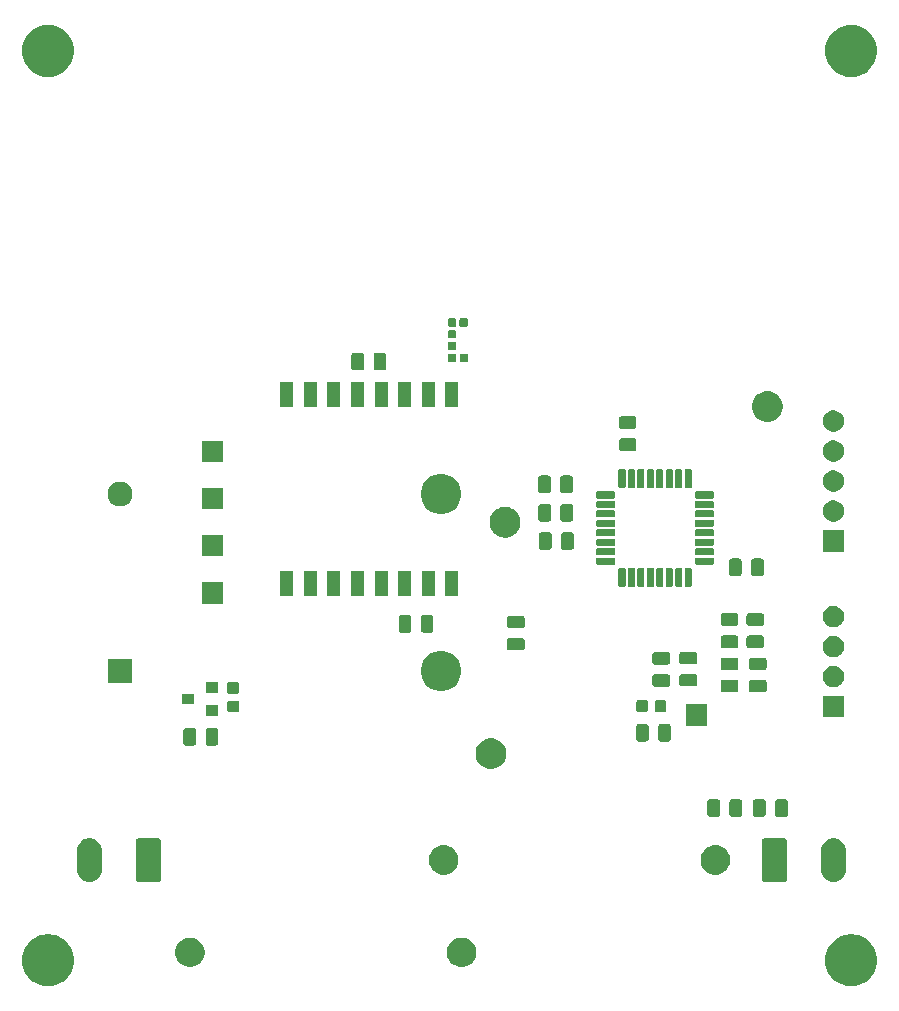
<source format=gbr>
G04 #@! TF.GenerationSoftware,KiCad,Pcbnew,5.1.5*
G04 #@! TF.CreationDate,2020-02-13T13:25:46+01:00*
G04 #@! TF.ProjectId,lora_fence_monitor,6c6f7261-5f66-4656-9e63-655f6d6f6e69,rev?*
G04 #@! TF.SameCoordinates,Original*
G04 #@! TF.FileFunction,Soldermask,Top*
G04 #@! TF.FilePolarity,Negative*
%FSLAX46Y46*%
G04 Gerber Fmt 4.6, Leading zero omitted, Abs format (unit mm)*
G04 Created by KiCad (PCBNEW 5.1.5) date 2020-02-13 13:25:46*
%MOMM*%
%LPD*%
G04 APERTURE LIST*
%ADD10C,0.100000*%
G04 APERTURE END LIST*
D10*
G36*
X139858523Y-119327194D02*
G01*
X140142008Y-119383583D01*
X140542565Y-119549499D01*
X140542567Y-119549500D01*
X140641575Y-119615655D01*
X140903056Y-119790371D01*
X141209629Y-120096944D01*
X141209630Y-120096946D01*
X141447992Y-120453679D01*
X141450501Y-120457435D01*
X141616417Y-120857992D01*
X141701000Y-121283220D01*
X141701000Y-121716780D01*
X141616417Y-122142008D01*
X141450501Y-122542565D01*
X141209629Y-122903056D01*
X140903056Y-123209629D01*
X140722811Y-123330065D01*
X140542567Y-123450500D01*
X140542566Y-123450501D01*
X140542565Y-123450501D01*
X140142008Y-123616417D01*
X139858523Y-123672806D01*
X139716781Y-123701000D01*
X139283219Y-123701000D01*
X139141477Y-123672806D01*
X138857992Y-123616417D01*
X138457435Y-123450501D01*
X138457434Y-123450501D01*
X138457433Y-123450500D01*
X138277190Y-123330065D01*
X138096944Y-123209629D01*
X137790371Y-122903056D01*
X137549499Y-122542565D01*
X137383583Y-122142008D01*
X137299000Y-121716780D01*
X137299000Y-121283220D01*
X137383583Y-120857992D01*
X137549499Y-120457435D01*
X137552009Y-120453679D01*
X137790370Y-120096946D01*
X137790371Y-120096944D01*
X138096944Y-119790371D01*
X138358425Y-119615655D01*
X138457433Y-119549500D01*
X138457435Y-119549499D01*
X138857992Y-119383583D01*
X139141477Y-119327194D01*
X139283219Y-119299000D01*
X139716781Y-119299000D01*
X139858523Y-119327194D01*
G37*
G36*
X71858523Y-119327194D02*
G01*
X72142008Y-119383583D01*
X72542565Y-119549499D01*
X72542567Y-119549500D01*
X72641575Y-119615655D01*
X72903056Y-119790371D01*
X73209629Y-120096944D01*
X73209630Y-120096946D01*
X73447992Y-120453679D01*
X73450501Y-120457435D01*
X73616417Y-120857992D01*
X73701000Y-121283220D01*
X73701000Y-121716780D01*
X73616417Y-122142008D01*
X73450501Y-122542565D01*
X73209629Y-122903056D01*
X72903056Y-123209629D01*
X72722810Y-123330065D01*
X72542567Y-123450500D01*
X72542566Y-123450501D01*
X72542565Y-123450501D01*
X72142008Y-123616417D01*
X71858523Y-123672806D01*
X71716781Y-123701000D01*
X71283219Y-123701000D01*
X71141477Y-123672806D01*
X70857992Y-123616417D01*
X70457435Y-123450501D01*
X70457434Y-123450501D01*
X70457433Y-123450500D01*
X70277190Y-123330065D01*
X70096944Y-123209629D01*
X69790371Y-122903056D01*
X69549499Y-122542565D01*
X69383583Y-122142008D01*
X69299000Y-121716780D01*
X69299000Y-121283220D01*
X69383583Y-120857992D01*
X69549499Y-120457435D01*
X69552009Y-120453679D01*
X69790370Y-120096946D01*
X69790371Y-120096944D01*
X70096944Y-119790371D01*
X70358425Y-119615655D01*
X70457433Y-119549500D01*
X70457435Y-119549499D01*
X70857992Y-119383583D01*
X71141477Y-119327194D01*
X71283219Y-119299000D01*
X71716781Y-119299000D01*
X71858523Y-119327194D01*
G37*
G36*
X83722403Y-119583605D02*
G01*
X83883530Y-119615655D01*
X84111198Y-119709958D01*
X84316093Y-119846865D01*
X84490342Y-120021114D01*
X84627249Y-120226009D01*
X84721552Y-120453677D01*
X84769627Y-120695367D01*
X84769627Y-120941793D01*
X84721552Y-121183483D01*
X84627249Y-121411151D01*
X84490342Y-121616046D01*
X84316093Y-121790295D01*
X84111198Y-121927202D01*
X83883530Y-122021505D01*
X83722403Y-122053555D01*
X83641841Y-122069580D01*
X83395413Y-122069580D01*
X83314851Y-122053555D01*
X83153724Y-122021505D01*
X82926056Y-121927202D01*
X82721161Y-121790295D01*
X82546912Y-121616046D01*
X82410005Y-121411151D01*
X82315702Y-121183483D01*
X82267627Y-120941793D01*
X82267627Y-120695367D01*
X82315702Y-120453677D01*
X82410005Y-120226009D01*
X82546912Y-120021114D01*
X82721161Y-119846865D01*
X82926056Y-119709958D01*
X83153724Y-119615655D01*
X83314851Y-119583605D01*
X83395413Y-119567580D01*
X83641841Y-119567580D01*
X83722403Y-119583605D01*
G37*
G36*
X106722403Y-119583605D02*
G01*
X106883530Y-119615655D01*
X107111198Y-119709958D01*
X107316093Y-119846865D01*
X107490342Y-120021114D01*
X107627249Y-120226009D01*
X107721552Y-120453677D01*
X107769627Y-120695367D01*
X107769627Y-120941793D01*
X107721552Y-121183483D01*
X107627249Y-121411151D01*
X107490342Y-121616046D01*
X107316093Y-121790295D01*
X107111198Y-121927202D01*
X106883530Y-122021505D01*
X106722403Y-122053555D01*
X106641841Y-122069580D01*
X106395413Y-122069580D01*
X106314851Y-122053555D01*
X106153724Y-122021505D01*
X105926056Y-121927202D01*
X105721161Y-121790295D01*
X105546912Y-121616046D01*
X105410005Y-121411151D01*
X105315702Y-121183483D01*
X105267627Y-120941793D01*
X105267627Y-120695367D01*
X105315702Y-120453677D01*
X105410005Y-120226009D01*
X105546912Y-120021114D01*
X105721161Y-119846865D01*
X105926056Y-119709958D01*
X106153724Y-119615655D01*
X106314851Y-119583605D01*
X106395413Y-119567580D01*
X106641841Y-119567580D01*
X106722403Y-119583605D01*
G37*
G36*
X138206031Y-111164207D02*
G01*
X138301874Y-111193281D01*
X138404146Y-111224305D01*
X138514949Y-111283530D01*
X138586729Y-111321897D01*
X138746765Y-111453235D01*
X138878103Y-111613271D01*
X138878104Y-111613273D01*
X138975695Y-111795853D01*
X139001864Y-111882120D01*
X139035793Y-111993968D01*
X139051000Y-112148370D01*
X139051000Y-113851630D01*
X139035793Y-114006032D01*
X139035792Y-114006034D01*
X138975695Y-114204147D01*
X138889264Y-114365848D01*
X138878103Y-114386729D01*
X138746765Y-114546765D01*
X138586729Y-114678103D01*
X138586727Y-114678104D01*
X138404147Y-114775695D01*
X138366823Y-114787017D01*
X138206032Y-114835793D01*
X138000000Y-114856085D01*
X137793969Y-114835793D01*
X137633178Y-114787017D01*
X137595854Y-114775695D01*
X137413274Y-114678104D01*
X137413272Y-114678103D01*
X137253236Y-114546765D01*
X137121898Y-114386729D01*
X137110737Y-114365848D01*
X137024306Y-114204147D01*
X136964208Y-114006034D01*
X136949000Y-113851626D01*
X136949000Y-112148370D01*
X136964207Y-111993969D01*
X137024305Y-111795855D01*
X137024305Y-111795854D01*
X137121896Y-111613273D01*
X137121897Y-111613271D01*
X137253235Y-111453235D01*
X137413271Y-111321897D01*
X137518270Y-111265774D01*
X137595853Y-111224305D01*
X137698125Y-111193281D01*
X137793968Y-111164207D01*
X138000000Y-111143915D01*
X138206031Y-111164207D01*
G37*
G36*
X75206032Y-111164207D02*
G01*
X75301875Y-111193281D01*
X75404147Y-111224305D01*
X75481730Y-111265774D01*
X75586729Y-111321897D01*
X75746765Y-111453235D01*
X75878103Y-111613271D01*
X75878104Y-111613273D01*
X75975695Y-111795853D01*
X76001864Y-111882120D01*
X76035793Y-111993968D01*
X76051000Y-112148370D01*
X76051000Y-113851630D01*
X76035793Y-114006032D01*
X76035792Y-114006034D01*
X75975695Y-114204147D01*
X75889264Y-114365848D01*
X75878103Y-114386729D01*
X75746765Y-114546765D01*
X75586729Y-114678103D01*
X75586727Y-114678104D01*
X75404146Y-114775695D01*
X75366822Y-114787017D01*
X75206031Y-114835793D01*
X75000000Y-114856085D01*
X74793968Y-114835793D01*
X74633177Y-114787017D01*
X74595853Y-114775695D01*
X74413273Y-114678104D01*
X74413271Y-114678103D01*
X74253235Y-114546765D01*
X74121897Y-114386729D01*
X74024306Y-114204147D01*
X74024305Y-114204146D01*
X73964208Y-114006033D01*
X73964207Y-114006031D01*
X73949000Y-113851629D01*
X73949000Y-112148370D01*
X73964208Y-111993968D01*
X73964208Y-111993966D01*
X74024306Y-111795853D01*
X74121897Y-111613273D01*
X74121898Y-111613271D01*
X74253236Y-111453235D01*
X74413272Y-111321897D01*
X74518271Y-111265774D01*
X74595854Y-111224305D01*
X74698126Y-111193281D01*
X74793969Y-111164207D01*
X75000000Y-111143915D01*
X75206032Y-111164207D01*
G37*
G36*
X133875673Y-111153469D02*
G01*
X133916470Y-111165844D01*
X133954063Y-111185938D01*
X133987017Y-111212983D01*
X134014062Y-111245937D01*
X134034156Y-111283530D01*
X134046531Y-111324327D01*
X134051000Y-111369697D01*
X134051000Y-114630303D01*
X134046531Y-114675673D01*
X134034156Y-114716470D01*
X134014062Y-114754063D01*
X133987017Y-114787017D01*
X133954063Y-114814062D01*
X133916470Y-114834156D01*
X133875673Y-114846531D01*
X133830303Y-114851000D01*
X132169697Y-114851000D01*
X132124327Y-114846531D01*
X132083530Y-114834156D01*
X132045937Y-114814062D01*
X132012983Y-114787017D01*
X131985938Y-114754063D01*
X131965844Y-114716470D01*
X131953469Y-114675673D01*
X131949000Y-114630303D01*
X131949000Y-111369697D01*
X131953469Y-111324327D01*
X131965844Y-111283530D01*
X131985938Y-111245937D01*
X132012983Y-111212983D01*
X132045937Y-111185938D01*
X132083530Y-111165844D01*
X132124327Y-111153469D01*
X132169697Y-111149000D01*
X133830303Y-111149000D01*
X133875673Y-111153469D01*
G37*
G36*
X80875673Y-111153469D02*
G01*
X80916470Y-111165844D01*
X80954063Y-111185938D01*
X80987017Y-111212983D01*
X81014062Y-111245937D01*
X81034156Y-111283530D01*
X81046531Y-111324327D01*
X81051000Y-111369697D01*
X81051000Y-114630303D01*
X81046531Y-114675673D01*
X81034156Y-114716470D01*
X81014062Y-114754063D01*
X80987017Y-114787017D01*
X80954063Y-114814062D01*
X80916470Y-114834156D01*
X80875673Y-114846531D01*
X80830303Y-114851000D01*
X79169697Y-114851000D01*
X79124327Y-114846531D01*
X79083530Y-114834156D01*
X79045937Y-114814062D01*
X79012983Y-114787017D01*
X78985938Y-114754063D01*
X78965844Y-114716470D01*
X78953469Y-114675673D01*
X78949000Y-114630303D01*
X78949000Y-111369697D01*
X78953469Y-111324327D01*
X78965844Y-111283530D01*
X78985938Y-111245937D01*
X79012983Y-111212983D01*
X79045937Y-111185938D01*
X79083530Y-111165844D01*
X79124327Y-111153469D01*
X79169697Y-111149000D01*
X80830303Y-111149000D01*
X80875673Y-111153469D01*
G37*
G36*
X105203776Y-111765025D02*
G01*
X105364903Y-111797075D01*
X105592571Y-111891378D01*
X105797466Y-112028285D01*
X105971715Y-112202534D01*
X106108622Y-112407429D01*
X106202925Y-112635097D01*
X106251000Y-112876787D01*
X106251000Y-113123213D01*
X106202925Y-113364903D01*
X106108622Y-113592571D01*
X105971715Y-113797466D01*
X105797466Y-113971715D01*
X105592571Y-114108622D01*
X105364903Y-114202925D01*
X105203776Y-114234975D01*
X105123214Y-114251000D01*
X104876786Y-114251000D01*
X104796224Y-114234975D01*
X104635097Y-114202925D01*
X104407429Y-114108622D01*
X104202534Y-113971715D01*
X104028285Y-113797466D01*
X103891378Y-113592571D01*
X103797075Y-113364903D01*
X103749000Y-113123213D01*
X103749000Y-112876787D01*
X103797075Y-112635097D01*
X103891378Y-112407429D01*
X104028285Y-112202534D01*
X104202534Y-112028285D01*
X104407429Y-111891378D01*
X104635097Y-111797075D01*
X104796224Y-111765025D01*
X104876786Y-111749000D01*
X105123214Y-111749000D01*
X105203776Y-111765025D01*
G37*
G36*
X128203776Y-111765025D02*
G01*
X128364903Y-111797075D01*
X128592571Y-111891378D01*
X128797466Y-112028285D01*
X128971715Y-112202534D01*
X129108622Y-112407429D01*
X129202925Y-112635097D01*
X129251000Y-112876787D01*
X129251000Y-113123213D01*
X129202925Y-113364903D01*
X129108622Y-113592571D01*
X128971715Y-113797466D01*
X128797466Y-113971715D01*
X128592571Y-114108622D01*
X128364903Y-114202925D01*
X128203776Y-114234975D01*
X128123214Y-114251000D01*
X127876786Y-114251000D01*
X127796224Y-114234975D01*
X127635097Y-114202925D01*
X127407429Y-114108622D01*
X127202534Y-113971715D01*
X127028285Y-113797466D01*
X126891378Y-113592571D01*
X126797075Y-113364903D01*
X126749000Y-113123213D01*
X126749000Y-112876787D01*
X126797075Y-112635097D01*
X126891378Y-112407429D01*
X127028285Y-112202534D01*
X127202534Y-112028285D01*
X127407429Y-111891378D01*
X127635097Y-111797075D01*
X127796224Y-111765025D01*
X127876786Y-111749000D01*
X128123214Y-111749000D01*
X128203776Y-111765025D01*
G37*
G36*
X132070871Y-107853882D02*
G01*
X132115694Y-107867479D01*
X132157008Y-107889562D01*
X132193220Y-107919280D01*
X132222938Y-107955492D01*
X132245021Y-107996806D01*
X132258618Y-108041629D01*
X132263500Y-108091197D01*
X132263500Y-109108803D01*
X132258618Y-109158371D01*
X132245021Y-109203194D01*
X132222938Y-109244508D01*
X132193220Y-109280720D01*
X132157008Y-109310438D01*
X132115694Y-109332521D01*
X132070871Y-109346118D01*
X132021303Y-109351000D01*
X131428697Y-109351000D01*
X131379129Y-109346118D01*
X131334306Y-109332521D01*
X131292992Y-109310438D01*
X131256780Y-109280720D01*
X131227062Y-109244508D01*
X131204979Y-109203194D01*
X131191382Y-109158371D01*
X131186500Y-109108803D01*
X131186500Y-108091197D01*
X131191382Y-108041629D01*
X131204979Y-107996806D01*
X131227062Y-107955492D01*
X131256780Y-107919280D01*
X131292992Y-107889562D01*
X131334306Y-107867479D01*
X131379129Y-107853882D01*
X131428697Y-107849000D01*
X132021303Y-107849000D01*
X132070871Y-107853882D01*
G37*
G36*
X133945871Y-107853882D02*
G01*
X133990694Y-107867479D01*
X134032008Y-107889562D01*
X134068220Y-107919280D01*
X134097938Y-107955492D01*
X134120021Y-107996806D01*
X134133618Y-108041629D01*
X134138500Y-108091197D01*
X134138500Y-109108803D01*
X134133618Y-109158371D01*
X134120021Y-109203194D01*
X134097938Y-109244508D01*
X134068220Y-109280720D01*
X134032008Y-109310438D01*
X133990694Y-109332521D01*
X133945871Y-109346118D01*
X133896303Y-109351000D01*
X133303697Y-109351000D01*
X133254129Y-109346118D01*
X133209306Y-109332521D01*
X133167992Y-109310438D01*
X133131780Y-109280720D01*
X133102062Y-109244508D01*
X133079979Y-109203194D01*
X133066382Y-109158371D01*
X133061500Y-109108803D01*
X133061500Y-108091197D01*
X133066382Y-108041629D01*
X133079979Y-107996806D01*
X133102062Y-107955492D01*
X133131780Y-107919280D01*
X133167992Y-107889562D01*
X133209306Y-107867479D01*
X133254129Y-107853882D01*
X133303697Y-107849000D01*
X133896303Y-107849000D01*
X133945871Y-107853882D01*
G37*
G36*
X130083371Y-107853882D02*
G01*
X130128194Y-107867479D01*
X130169508Y-107889562D01*
X130205720Y-107919280D01*
X130235438Y-107955492D01*
X130257521Y-107996806D01*
X130271118Y-108041629D01*
X130276000Y-108091197D01*
X130276000Y-109108803D01*
X130271118Y-109158371D01*
X130257521Y-109203194D01*
X130235438Y-109244508D01*
X130205720Y-109280720D01*
X130169508Y-109310438D01*
X130128194Y-109332521D01*
X130083371Y-109346118D01*
X130033803Y-109351000D01*
X129441197Y-109351000D01*
X129391629Y-109346118D01*
X129346806Y-109332521D01*
X129305492Y-109310438D01*
X129269280Y-109280720D01*
X129239562Y-109244508D01*
X129217479Y-109203194D01*
X129203882Y-109158371D01*
X129199000Y-109108803D01*
X129199000Y-108091197D01*
X129203882Y-108041629D01*
X129217479Y-107996806D01*
X129239562Y-107955492D01*
X129269280Y-107919280D01*
X129305492Y-107889562D01*
X129346806Y-107867479D01*
X129391629Y-107853882D01*
X129441197Y-107849000D01*
X130033803Y-107849000D01*
X130083371Y-107853882D01*
G37*
G36*
X128208371Y-107853882D02*
G01*
X128253194Y-107867479D01*
X128294508Y-107889562D01*
X128330720Y-107919280D01*
X128360438Y-107955492D01*
X128382521Y-107996806D01*
X128396118Y-108041629D01*
X128401000Y-108091197D01*
X128401000Y-109108803D01*
X128396118Y-109158371D01*
X128382521Y-109203194D01*
X128360438Y-109244508D01*
X128330720Y-109280720D01*
X128294508Y-109310438D01*
X128253194Y-109332521D01*
X128208371Y-109346118D01*
X128158803Y-109351000D01*
X127566197Y-109351000D01*
X127516629Y-109346118D01*
X127471806Y-109332521D01*
X127430492Y-109310438D01*
X127394280Y-109280720D01*
X127364562Y-109244508D01*
X127342479Y-109203194D01*
X127328882Y-109158371D01*
X127324000Y-109108803D01*
X127324000Y-108091197D01*
X127328882Y-108041629D01*
X127342479Y-107996806D01*
X127364562Y-107955492D01*
X127394280Y-107919280D01*
X127430492Y-107889562D01*
X127471806Y-107867479D01*
X127516629Y-107853882D01*
X127566197Y-107849000D01*
X128158803Y-107849000D01*
X128208371Y-107853882D01*
G37*
G36*
X109167099Y-102706750D02*
G01*
X109379488Y-102748997D01*
X109616255Y-102847069D01*
X109616257Y-102847070D01*
X109691190Y-102897139D01*
X109829339Y-102989447D01*
X110010553Y-103170661D01*
X110152931Y-103383745D01*
X110251003Y-103620512D01*
X110301000Y-103871863D01*
X110301000Y-104128137D01*
X110251003Y-104379488D01*
X110152931Y-104616255D01*
X110010553Y-104829339D01*
X109829339Y-105010553D01*
X109722797Y-105081742D01*
X109616257Y-105152930D01*
X109616256Y-105152931D01*
X109616255Y-105152931D01*
X109379488Y-105251003D01*
X109211921Y-105284334D01*
X109128138Y-105301000D01*
X108871862Y-105301000D01*
X108788079Y-105284334D01*
X108620512Y-105251003D01*
X108383745Y-105152931D01*
X108383744Y-105152931D01*
X108383743Y-105152930D01*
X108277203Y-105081742D01*
X108170661Y-105010553D01*
X107989447Y-104829339D01*
X107847069Y-104616255D01*
X107748997Y-104379488D01*
X107699000Y-104128137D01*
X107699000Y-103871863D01*
X107748997Y-103620512D01*
X107847069Y-103383745D01*
X107989447Y-103170661D01*
X108170661Y-102989447D01*
X108308810Y-102897139D01*
X108383743Y-102847070D01*
X108383745Y-102847069D01*
X108620512Y-102748997D01*
X108832901Y-102706750D01*
X108871862Y-102699000D01*
X109128138Y-102699000D01*
X109167099Y-102706750D01*
G37*
G36*
X83845871Y-101828882D02*
G01*
X83890694Y-101842479D01*
X83932008Y-101864562D01*
X83968220Y-101894280D01*
X83997938Y-101930492D01*
X84020021Y-101971806D01*
X84033618Y-102016629D01*
X84038500Y-102066197D01*
X84038500Y-103083803D01*
X84033618Y-103133371D01*
X84020021Y-103178194D01*
X83997938Y-103219508D01*
X83968220Y-103255720D01*
X83932008Y-103285438D01*
X83890694Y-103307521D01*
X83845871Y-103321118D01*
X83796303Y-103326000D01*
X83203697Y-103326000D01*
X83154129Y-103321118D01*
X83109306Y-103307521D01*
X83067992Y-103285438D01*
X83031780Y-103255720D01*
X83002062Y-103219508D01*
X82979979Y-103178194D01*
X82966382Y-103133371D01*
X82961500Y-103083803D01*
X82961500Y-102066197D01*
X82966382Y-102016629D01*
X82979979Y-101971806D01*
X83002062Y-101930492D01*
X83031780Y-101894280D01*
X83067992Y-101864562D01*
X83109306Y-101842479D01*
X83154129Y-101828882D01*
X83203697Y-101824000D01*
X83796303Y-101824000D01*
X83845871Y-101828882D01*
G37*
G36*
X85720871Y-101828882D02*
G01*
X85765694Y-101842479D01*
X85807008Y-101864562D01*
X85843220Y-101894280D01*
X85872938Y-101930492D01*
X85895021Y-101971806D01*
X85908618Y-102016629D01*
X85913500Y-102066197D01*
X85913500Y-103083803D01*
X85908618Y-103133371D01*
X85895021Y-103178194D01*
X85872938Y-103219508D01*
X85843220Y-103255720D01*
X85807008Y-103285438D01*
X85765694Y-103307521D01*
X85720871Y-103321118D01*
X85671303Y-103326000D01*
X85078697Y-103326000D01*
X85029129Y-103321118D01*
X84984306Y-103307521D01*
X84942992Y-103285438D01*
X84906780Y-103255720D01*
X84877062Y-103219508D01*
X84854979Y-103178194D01*
X84841382Y-103133371D01*
X84836500Y-103083803D01*
X84836500Y-102066197D01*
X84841382Y-102016629D01*
X84854979Y-101971806D01*
X84877062Y-101930492D01*
X84906780Y-101894280D01*
X84942992Y-101864562D01*
X84984306Y-101842479D01*
X85029129Y-101828882D01*
X85078697Y-101824000D01*
X85671303Y-101824000D01*
X85720871Y-101828882D01*
G37*
G36*
X124045871Y-101478882D02*
G01*
X124090694Y-101492479D01*
X124132008Y-101514562D01*
X124168220Y-101544280D01*
X124197938Y-101580492D01*
X124220021Y-101621806D01*
X124233618Y-101666629D01*
X124238500Y-101716197D01*
X124238500Y-102733803D01*
X124233618Y-102783371D01*
X124220021Y-102828194D01*
X124197938Y-102869508D01*
X124168220Y-102905720D01*
X124132008Y-102935438D01*
X124090694Y-102957521D01*
X124045871Y-102971118D01*
X123996303Y-102976000D01*
X123403697Y-102976000D01*
X123354129Y-102971118D01*
X123309306Y-102957521D01*
X123267992Y-102935438D01*
X123231780Y-102905720D01*
X123202062Y-102869508D01*
X123179979Y-102828194D01*
X123166382Y-102783371D01*
X123161500Y-102733803D01*
X123161500Y-101716197D01*
X123166382Y-101666629D01*
X123179979Y-101621806D01*
X123202062Y-101580492D01*
X123231780Y-101544280D01*
X123267992Y-101514562D01*
X123309306Y-101492479D01*
X123354129Y-101478882D01*
X123403697Y-101474000D01*
X123996303Y-101474000D01*
X124045871Y-101478882D01*
G37*
G36*
X122170871Y-101478882D02*
G01*
X122215694Y-101492479D01*
X122257008Y-101514562D01*
X122293220Y-101544280D01*
X122322938Y-101580492D01*
X122345021Y-101621806D01*
X122358618Y-101666629D01*
X122363500Y-101716197D01*
X122363500Y-102733803D01*
X122358618Y-102783371D01*
X122345021Y-102828194D01*
X122322938Y-102869508D01*
X122293220Y-102905720D01*
X122257008Y-102935438D01*
X122215694Y-102957521D01*
X122170871Y-102971118D01*
X122121303Y-102976000D01*
X121528697Y-102976000D01*
X121479129Y-102971118D01*
X121434306Y-102957521D01*
X121392992Y-102935438D01*
X121356780Y-102905720D01*
X121327062Y-102869508D01*
X121304979Y-102828194D01*
X121291382Y-102783371D01*
X121286500Y-102733803D01*
X121286500Y-101716197D01*
X121291382Y-101666629D01*
X121304979Y-101621806D01*
X121327062Y-101580492D01*
X121356780Y-101544280D01*
X121392992Y-101514562D01*
X121434306Y-101492479D01*
X121479129Y-101478882D01*
X121528697Y-101474000D01*
X122121303Y-101474000D01*
X122170871Y-101478882D01*
G37*
G36*
X127301000Y-101626000D02*
G01*
X125499000Y-101626000D01*
X125499000Y-99824000D01*
X127301000Y-99824000D01*
X127301000Y-101626000D01*
G37*
G36*
X138901000Y-100901000D02*
G01*
X137099000Y-100901000D01*
X137099000Y-99099000D01*
X138901000Y-99099000D01*
X138901000Y-100901000D01*
G37*
G36*
X85876000Y-100776000D02*
G01*
X84874000Y-100776000D01*
X84874000Y-99874000D01*
X85876000Y-99874000D01*
X85876000Y-100776000D01*
G37*
G36*
X123690989Y-99453402D02*
G01*
X123731129Y-99465577D01*
X123768121Y-99485350D01*
X123800542Y-99511958D01*
X123827150Y-99544379D01*
X123846923Y-99581371D01*
X123859098Y-99621511D01*
X123863500Y-99666197D01*
X123863500Y-100283803D01*
X123859098Y-100328489D01*
X123846923Y-100368629D01*
X123827150Y-100405621D01*
X123800542Y-100438042D01*
X123768121Y-100464650D01*
X123731129Y-100484423D01*
X123690989Y-100496598D01*
X123646303Y-100501000D01*
X123103697Y-100501000D01*
X123059011Y-100496598D01*
X123018871Y-100484423D01*
X122981879Y-100464650D01*
X122949458Y-100438042D01*
X122922850Y-100405621D01*
X122903077Y-100368629D01*
X122890902Y-100328489D01*
X122886500Y-100283803D01*
X122886500Y-99666197D01*
X122890902Y-99621511D01*
X122903077Y-99581371D01*
X122922850Y-99544379D01*
X122949458Y-99511958D01*
X122981879Y-99485350D01*
X123018871Y-99465577D01*
X123059011Y-99453402D01*
X123103697Y-99449000D01*
X123646303Y-99449000D01*
X123690989Y-99453402D01*
G37*
G36*
X122115989Y-99453402D02*
G01*
X122156129Y-99465577D01*
X122193121Y-99485350D01*
X122225542Y-99511958D01*
X122252150Y-99544379D01*
X122271923Y-99581371D01*
X122284098Y-99621511D01*
X122288500Y-99666197D01*
X122288500Y-100283803D01*
X122284098Y-100328489D01*
X122271923Y-100368629D01*
X122252150Y-100405621D01*
X122225542Y-100438042D01*
X122193121Y-100464650D01*
X122156129Y-100484423D01*
X122115989Y-100496598D01*
X122071303Y-100501000D01*
X121528697Y-100501000D01*
X121484011Y-100496598D01*
X121443871Y-100484423D01*
X121406879Y-100464650D01*
X121374458Y-100438042D01*
X121347850Y-100405621D01*
X121328077Y-100368629D01*
X121315902Y-100328489D01*
X121311500Y-100283803D01*
X121311500Y-99666197D01*
X121315902Y-99621511D01*
X121328077Y-99581371D01*
X121347850Y-99544379D01*
X121374458Y-99511958D01*
X121406879Y-99485350D01*
X121443871Y-99465577D01*
X121484011Y-99453402D01*
X121528697Y-99449000D01*
X122071303Y-99449000D01*
X122115989Y-99453402D01*
G37*
G36*
X87528489Y-99515902D02*
G01*
X87568629Y-99528077D01*
X87605621Y-99547850D01*
X87638042Y-99574458D01*
X87664650Y-99606879D01*
X87684423Y-99643871D01*
X87696598Y-99684011D01*
X87701000Y-99728697D01*
X87701000Y-100271303D01*
X87696598Y-100315989D01*
X87684423Y-100356129D01*
X87664650Y-100393121D01*
X87638042Y-100425542D01*
X87605621Y-100452150D01*
X87568629Y-100471923D01*
X87528489Y-100484098D01*
X87483803Y-100488500D01*
X86866197Y-100488500D01*
X86821511Y-100484098D01*
X86781371Y-100471923D01*
X86744379Y-100452150D01*
X86711958Y-100425542D01*
X86685350Y-100393121D01*
X86665577Y-100356129D01*
X86653402Y-100315989D01*
X86649000Y-100271303D01*
X86649000Y-99728697D01*
X86653402Y-99684011D01*
X86665577Y-99643871D01*
X86685350Y-99606879D01*
X86711958Y-99574458D01*
X86744379Y-99547850D01*
X86781371Y-99528077D01*
X86821511Y-99515902D01*
X86866197Y-99511500D01*
X87483803Y-99511500D01*
X87528489Y-99515902D01*
G37*
G36*
X83876000Y-99826000D02*
G01*
X82874000Y-99826000D01*
X82874000Y-98924000D01*
X83876000Y-98924000D01*
X83876000Y-99826000D01*
G37*
G36*
X87528489Y-97940902D02*
G01*
X87568629Y-97953077D01*
X87605621Y-97972850D01*
X87638042Y-97999458D01*
X87664650Y-98031879D01*
X87684423Y-98068871D01*
X87696598Y-98109011D01*
X87701000Y-98153697D01*
X87701000Y-98696303D01*
X87696598Y-98740989D01*
X87684423Y-98781129D01*
X87664650Y-98818121D01*
X87638042Y-98850542D01*
X87605621Y-98877150D01*
X87568629Y-98896923D01*
X87528489Y-98909098D01*
X87483803Y-98913500D01*
X86866197Y-98913500D01*
X86821511Y-98909098D01*
X86781371Y-98896923D01*
X86744379Y-98877150D01*
X86711958Y-98850542D01*
X86685350Y-98818121D01*
X86665577Y-98781129D01*
X86653402Y-98740989D01*
X86649000Y-98696303D01*
X86649000Y-98153697D01*
X86653402Y-98109011D01*
X86665577Y-98068871D01*
X86685350Y-98031879D01*
X86711958Y-97999458D01*
X86744379Y-97972850D01*
X86781371Y-97953077D01*
X86821511Y-97940902D01*
X86866197Y-97936500D01*
X87483803Y-97936500D01*
X87528489Y-97940902D01*
G37*
G36*
X85876000Y-98876000D02*
G01*
X84874000Y-98876000D01*
X84874000Y-97974000D01*
X85876000Y-97974000D01*
X85876000Y-98876000D01*
G37*
G36*
X132158371Y-97741382D02*
G01*
X132203194Y-97754979D01*
X132244508Y-97777062D01*
X132280720Y-97806780D01*
X132310438Y-97842992D01*
X132332521Y-97884306D01*
X132346118Y-97929129D01*
X132351000Y-97978697D01*
X132351000Y-98571303D01*
X132346118Y-98620871D01*
X132332521Y-98665694D01*
X132310438Y-98707008D01*
X132280720Y-98743220D01*
X132244508Y-98772938D01*
X132203194Y-98795021D01*
X132158371Y-98808618D01*
X132108803Y-98813500D01*
X131091197Y-98813500D01*
X131041629Y-98808618D01*
X130996806Y-98795021D01*
X130955492Y-98772938D01*
X130919280Y-98743220D01*
X130889562Y-98707008D01*
X130867479Y-98665694D01*
X130853882Y-98620871D01*
X130849000Y-98571303D01*
X130849000Y-97978697D01*
X130853882Y-97929129D01*
X130867479Y-97884306D01*
X130889562Y-97842992D01*
X130919280Y-97806780D01*
X130955492Y-97777062D01*
X130996806Y-97754979D01*
X131041629Y-97741382D01*
X131091197Y-97736500D01*
X132108803Y-97736500D01*
X132158371Y-97741382D01*
G37*
G36*
X129758371Y-97741382D02*
G01*
X129803194Y-97754979D01*
X129844508Y-97777062D01*
X129880720Y-97806780D01*
X129910438Y-97842992D01*
X129932521Y-97884306D01*
X129946118Y-97929129D01*
X129951000Y-97978697D01*
X129951000Y-98571303D01*
X129946118Y-98620871D01*
X129932521Y-98665694D01*
X129910438Y-98707008D01*
X129880720Y-98743220D01*
X129844508Y-98772938D01*
X129803194Y-98795021D01*
X129758371Y-98808618D01*
X129708803Y-98813500D01*
X128691197Y-98813500D01*
X128641629Y-98808618D01*
X128596806Y-98795021D01*
X128555492Y-98772938D01*
X128519280Y-98743220D01*
X128489562Y-98707008D01*
X128467479Y-98665694D01*
X128453882Y-98620871D01*
X128449000Y-98571303D01*
X128449000Y-97978697D01*
X128453882Y-97929129D01*
X128467479Y-97884306D01*
X128489562Y-97842992D01*
X128519280Y-97806780D01*
X128555492Y-97777062D01*
X128596806Y-97754979D01*
X128641629Y-97741382D01*
X128691197Y-97736500D01*
X129708803Y-97736500D01*
X129758371Y-97741382D01*
G37*
G36*
X105261162Y-95364368D02*
G01*
X105570727Y-95492594D01*
X105849323Y-95678746D01*
X106086254Y-95915677D01*
X106272406Y-96194273D01*
X106400632Y-96503838D01*
X106466000Y-96832465D01*
X106466000Y-97167535D01*
X106400632Y-97496162D01*
X106272406Y-97805727D01*
X106086254Y-98084323D01*
X105849323Y-98321254D01*
X105570727Y-98507406D01*
X105261162Y-98635632D01*
X104932535Y-98701000D01*
X104597465Y-98701000D01*
X104268838Y-98635632D01*
X103959273Y-98507406D01*
X103680677Y-98321254D01*
X103443746Y-98084323D01*
X103257594Y-97805727D01*
X103129368Y-97496162D01*
X103064000Y-97167535D01*
X103064000Y-96832465D01*
X103129368Y-96503838D01*
X103257594Y-96194273D01*
X103443746Y-95915677D01*
X103680677Y-95678746D01*
X103959273Y-95492594D01*
X104268838Y-95364368D01*
X104597465Y-95299000D01*
X104932535Y-95299000D01*
X105261162Y-95364368D01*
G37*
G36*
X138262812Y-96593624D02*
G01*
X138426784Y-96661544D01*
X138426786Y-96661545D01*
X138438317Y-96669250D01*
X138574354Y-96760147D01*
X138699853Y-96885646D01*
X138798456Y-97033216D01*
X138866376Y-97197188D01*
X138901000Y-97371259D01*
X138901000Y-97548741D01*
X138866376Y-97722812D01*
X138799482Y-97884306D01*
X138798455Y-97886786D01*
X138754064Y-97953222D01*
X138699853Y-98034354D01*
X138574354Y-98159853D01*
X138543079Y-98180750D01*
X138426786Y-98258455D01*
X138426785Y-98258456D01*
X138426784Y-98258456D01*
X138262812Y-98326376D01*
X138088741Y-98361000D01*
X137911259Y-98361000D01*
X137737188Y-98326376D01*
X137573216Y-98258456D01*
X137573215Y-98258456D01*
X137573214Y-98258455D01*
X137456921Y-98180750D01*
X137425646Y-98159853D01*
X137300147Y-98034354D01*
X137245936Y-97953222D01*
X137201545Y-97886786D01*
X137200518Y-97884306D01*
X137133624Y-97722812D01*
X137099000Y-97548741D01*
X137099000Y-97371259D01*
X137133624Y-97197188D01*
X137201544Y-97033216D01*
X137300147Y-96885646D01*
X137425646Y-96760147D01*
X137561683Y-96669250D01*
X137573214Y-96661545D01*
X137573216Y-96661544D01*
X137737188Y-96593624D01*
X137911259Y-96559000D01*
X138088741Y-96559000D01*
X138262812Y-96593624D01*
G37*
G36*
X123983371Y-97266382D02*
G01*
X124028194Y-97279979D01*
X124069508Y-97302062D01*
X124105720Y-97331780D01*
X124135438Y-97367992D01*
X124157521Y-97409306D01*
X124171118Y-97454129D01*
X124176000Y-97503697D01*
X124176000Y-98096303D01*
X124171118Y-98145871D01*
X124157521Y-98190694D01*
X124135438Y-98232008D01*
X124105720Y-98268220D01*
X124069508Y-98297938D01*
X124028194Y-98320021D01*
X123983371Y-98333618D01*
X123933803Y-98338500D01*
X122916197Y-98338500D01*
X122866629Y-98333618D01*
X122821806Y-98320021D01*
X122780492Y-98297938D01*
X122744280Y-98268220D01*
X122714562Y-98232008D01*
X122692479Y-98190694D01*
X122678882Y-98145871D01*
X122674000Y-98096303D01*
X122674000Y-97503697D01*
X122678882Y-97454129D01*
X122692479Y-97409306D01*
X122714562Y-97367992D01*
X122744280Y-97331780D01*
X122780492Y-97302062D01*
X122821806Y-97279979D01*
X122866629Y-97266382D01*
X122916197Y-97261500D01*
X123933803Y-97261500D01*
X123983371Y-97266382D01*
G37*
G36*
X126258371Y-97241382D02*
G01*
X126303194Y-97254979D01*
X126344508Y-97277062D01*
X126380720Y-97306780D01*
X126410438Y-97342992D01*
X126432521Y-97384306D01*
X126446118Y-97429129D01*
X126451000Y-97478697D01*
X126451000Y-98071303D01*
X126446118Y-98120871D01*
X126432521Y-98165694D01*
X126410438Y-98207008D01*
X126380720Y-98243220D01*
X126344508Y-98272938D01*
X126303194Y-98295021D01*
X126258371Y-98308618D01*
X126208803Y-98313500D01*
X125191197Y-98313500D01*
X125141629Y-98308618D01*
X125096806Y-98295021D01*
X125055492Y-98272938D01*
X125019280Y-98243220D01*
X124989562Y-98207008D01*
X124967479Y-98165694D01*
X124953882Y-98120871D01*
X124949000Y-98071303D01*
X124949000Y-97478697D01*
X124953882Y-97429129D01*
X124967479Y-97384306D01*
X124989562Y-97342992D01*
X125019280Y-97306780D01*
X125055492Y-97277062D01*
X125096806Y-97254979D01*
X125141629Y-97241382D01*
X125191197Y-97236500D01*
X126208803Y-97236500D01*
X126258371Y-97241382D01*
G37*
G36*
X78651000Y-98051000D02*
G01*
X76549000Y-98051000D01*
X76549000Y-95949000D01*
X78651000Y-95949000D01*
X78651000Y-98051000D01*
G37*
G36*
X129758371Y-95866382D02*
G01*
X129803194Y-95879979D01*
X129844508Y-95902062D01*
X129880720Y-95931780D01*
X129910438Y-95967992D01*
X129932521Y-96009306D01*
X129946118Y-96054129D01*
X129951000Y-96103697D01*
X129951000Y-96696303D01*
X129946118Y-96745871D01*
X129932521Y-96790694D01*
X129910438Y-96832008D01*
X129880720Y-96868220D01*
X129844508Y-96897938D01*
X129803194Y-96920021D01*
X129758371Y-96933618D01*
X129708803Y-96938500D01*
X128691197Y-96938500D01*
X128641629Y-96933618D01*
X128596806Y-96920021D01*
X128555492Y-96897938D01*
X128519280Y-96868220D01*
X128489562Y-96832008D01*
X128467479Y-96790694D01*
X128453882Y-96745871D01*
X128449000Y-96696303D01*
X128449000Y-96103697D01*
X128453882Y-96054129D01*
X128467479Y-96009306D01*
X128489562Y-95967992D01*
X128519280Y-95931780D01*
X128555492Y-95902062D01*
X128596806Y-95879979D01*
X128641629Y-95866382D01*
X128691197Y-95861500D01*
X129708803Y-95861500D01*
X129758371Y-95866382D01*
G37*
G36*
X132158371Y-95866382D02*
G01*
X132203194Y-95879979D01*
X132244508Y-95902062D01*
X132280720Y-95931780D01*
X132310438Y-95967992D01*
X132332521Y-96009306D01*
X132346118Y-96054129D01*
X132351000Y-96103697D01*
X132351000Y-96696303D01*
X132346118Y-96745871D01*
X132332521Y-96790694D01*
X132310438Y-96832008D01*
X132280720Y-96868220D01*
X132244508Y-96897938D01*
X132203194Y-96920021D01*
X132158371Y-96933618D01*
X132108803Y-96938500D01*
X131091197Y-96938500D01*
X131041629Y-96933618D01*
X130996806Y-96920021D01*
X130955492Y-96897938D01*
X130919280Y-96868220D01*
X130889562Y-96832008D01*
X130867479Y-96790694D01*
X130853882Y-96745871D01*
X130849000Y-96696303D01*
X130849000Y-96103697D01*
X130853882Y-96054129D01*
X130867479Y-96009306D01*
X130889562Y-95967992D01*
X130919280Y-95931780D01*
X130955492Y-95902062D01*
X130996806Y-95879979D01*
X131041629Y-95866382D01*
X131091197Y-95861500D01*
X132108803Y-95861500D01*
X132158371Y-95866382D01*
G37*
G36*
X123983371Y-95391382D02*
G01*
X124028194Y-95404979D01*
X124069508Y-95427062D01*
X124105720Y-95456780D01*
X124135438Y-95492992D01*
X124157521Y-95534306D01*
X124171118Y-95579129D01*
X124176000Y-95628697D01*
X124176000Y-96221303D01*
X124171118Y-96270871D01*
X124157521Y-96315694D01*
X124135438Y-96357008D01*
X124105720Y-96393220D01*
X124069508Y-96422938D01*
X124028194Y-96445021D01*
X123983371Y-96458618D01*
X123933803Y-96463500D01*
X122916197Y-96463500D01*
X122866629Y-96458618D01*
X122821806Y-96445021D01*
X122780492Y-96422938D01*
X122744280Y-96393220D01*
X122714562Y-96357008D01*
X122692479Y-96315694D01*
X122678882Y-96270871D01*
X122674000Y-96221303D01*
X122674000Y-95628697D01*
X122678882Y-95579129D01*
X122692479Y-95534306D01*
X122714562Y-95492992D01*
X122744280Y-95456780D01*
X122780492Y-95427062D01*
X122821806Y-95404979D01*
X122866629Y-95391382D01*
X122916197Y-95386500D01*
X123933803Y-95386500D01*
X123983371Y-95391382D01*
G37*
G36*
X126258371Y-95366382D02*
G01*
X126303194Y-95379979D01*
X126344508Y-95402062D01*
X126380720Y-95431780D01*
X126410438Y-95467992D01*
X126432521Y-95509306D01*
X126446118Y-95554129D01*
X126451000Y-95603697D01*
X126451000Y-96196303D01*
X126446118Y-96245871D01*
X126432521Y-96290694D01*
X126410438Y-96332008D01*
X126380720Y-96368220D01*
X126344508Y-96397938D01*
X126303194Y-96420021D01*
X126258371Y-96433618D01*
X126208803Y-96438500D01*
X125191197Y-96438500D01*
X125141629Y-96433618D01*
X125096806Y-96420021D01*
X125055492Y-96397938D01*
X125019280Y-96368220D01*
X124989562Y-96332008D01*
X124967479Y-96290694D01*
X124953882Y-96245871D01*
X124949000Y-96196303D01*
X124949000Y-95603697D01*
X124953882Y-95554129D01*
X124967479Y-95509306D01*
X124989562Y-95467992D01*
X125019280Y-95431780D01*
X125055492Y-95402062D01*
X125096806Y-95379979D01*
X125141629Y-95366382D01*
X125191197Y-95361500D01*
X126208803Y-95361500D01*
X126258371Y-95366382D01*
G37*
G36*
X138262812Y-94053624D02*
G01*
X138426784Y-94121544D01*
X138426786Y-94121545D01*
X138445884Y-94134306D01*
X138574354Y-94220147D01*
X138699853Y-94345646D01*
X138798456Y-94493216D01*
X138866376Y-94657188D01*
X138901000Y-94831259D01*
X138901000Y-95008741D01*
X138866376Y-95182812D01*
X138798456Y-95346784D01*
X138798455Y-95346786D01*
X138759571Y-95404979D01*
X138699853Y-95494354D01*
X138574354Y-95619853D01*
X138561118Y-95628697D01*
X138426786Y-95718455D01*
X138426785Y-95718456D01*
X138426784Y-95718456D01*
X138262812Y-95786376D01*
X138088741Y-95821000D01*
X137911259Y-95821000D01*
X137737188Y-95786376D01*
X137573216Y-95718456D01*
X137573215Y-95718456D01*
X137573214Y-95718455D01*
X137438882Y-95628697D01*
X137425646Y-95619853D01*
X137300147Y-95494354D01*
X137240429Y-95404979D01*
X137201545Y-95346786D01*
X137201544Y-95346784D01*
X137133624Y-95182812D01*
X137099000Y-95008741D01*
X137099000Y-94831259D01*
X137133624Y-94657188D01*
X137201544Y-94493216D01*
X137300147Y-94345646D01*
X137425646Y-94220147D01*
X137554116Y-94134306D01*
X137573214Y-94121545D01*
X137573216Y-94121544D01*
X137737188Y-94053624D01*
X137911259Y-94019000D01*
X138088741Y-94019000D01*
X138262812Y-94053624D01*
G37*
G36*
X111658371Y-94191382D02*
G01*
X111703194Y-94204979D01*
X111744508Y-94227062D01*
X111780720Y-94256780D01*
X111810438Y-94292992D01*
X111832521Y-94334306D01*
X111846118Y-94379129D01*
X111851000Y-94428697D01*
X111851000Y-95021303D01*
X111846118Y-95070871D01*
X111832521Y-95115694D01*
X111810438Y-95157008D01*
X111780720Y-95193220D01*
X111744508Y-95222938D01*
X111703194Y-95245021D01*
X111658371Y-95258618D01*
X111608803Y-95263500D01*
X110591197Y-95263500D01*
X110541629Y-95258618D01*
X110496806Y-95245021D01*
X110455492Y-95222938D01*
X110419280Y-95193220D01*
X110389562Y-95157008D01*
X110367479Y-95115694D01*
X110353882Y-95070871D01*
X110349000Y-95021303D01*
X110349000Y-94428697D01*
X110353882Y-94379129D01*
X110367479Y-94334306D01*
X110389562Y-94292992D01*
X110419280Y-94256780D01*
X110455492Y-94227062D01*
X110496806Y-94204979D01*
X110541629Y-94191382D01*
X110591197Y-94186500D01*
X111608803Y-94186500D01*
X111658371Y-94191382D01*
G37*
G36*
X131933371Y-93991382D02*
G01*
X131978194Y-94004979D01*
X132019508Y-94027062D01*
X132055720Y-94056780D01*
X132085438Y-94092992D01*
X132107521Y-94134306D01*
X132121118Y-94179129D01*
X132126000Y-94228697D01*
X132126000Y-94821303D01*
X132121118Y-94870871D01*
X132107521Y-94915694D01*
X132085438Y-94957008D01*
X132055720Y-94993220D01*
X132019508Y-95022938D01*
X131978194Y-95045021D01*
X131933371Y-95058618D01*
X131883803Y-95063500D01*
X130866197Y-95063500D01*
X130816629Y-95058618D01*
X130771806Y-95045021D01*
X130730492Y-95022938D01*
X130694280Y-94993220D01*
X130664562Y-94957008D01*
X130642479Y-94915694D01*
X130628882Y-94870871D01*
X130624000Y-94821303D01*
X130624000Y-94228697D01*
X130628882Y-94179129D01*
X130642479Y-94134306D01*
X130664562Y-94092992D01*
X130694280Y-94056780D01*
X130730492Y-94027062D01*
X130771806Y-94004979D01*
X130816629Y-93991382D01*
X130866197Y-93986500D01*
X131883803Y-93986500D01*
X131933371Y-93991382D01*
G37*
G36*
X129758371Y-93991382D02*
G01*
X129803194Y-94004979D01*
X129844508Y-94027062D01*
X129880720Y-94056780D01*
X129910438Y-94092992D01*
X129932521Y-94134306D01*
X129946118Y-94179129D01*
X129951000Y-94228697D01*
X129951000Y-94821303D01*
X129946118Y-94870871D01*
X129932521Y-94915694D01*
X129910438Y-94957008D01*
X129880720Y-94993220D01*
X129844508Y-95022938D01*
X129803194Y-95045021D01*
X129758371Y-95058618D01*
X129708803Y-95063500D01*
X128691197Y-95063500D01*
X128641629Y-95058618D01*
X128596806Y-95045021D01*
X128555492Y-95022938D01*
X128519280Y-94993220D01*
X128489562Y-94957008D01*
X128467479Y-94915694D01*
X128453882Y-94870871D01*
X128449000Y-94821303D01*
X128449000Y-94228697D01*
X128453882Y-94179129D01*
X128467479Y-94134306D01*
X128489562Y-94092992D01*
X128519280Y-94056780D01*
X128555492Y-94027062D01*
X128596806Y-94004979D01*
X128641629Y-93991382D01*
X128691197Y-93986500D01*
X129708803Y-93986500D01*
X129758371Y-93991382D01*
G37*
G36*
X103945871Y-92253882D02*
G01*
X103990694Y-92267479D01*
X104032008Y-92289562D01*
X104068220Y-92319280D01*
X104097938Y-92355492D01*
X104120021Y-92396806D01*
X104133618Y-92441629D01*
X104138500Y-92491197D01*
X104138500Y-93508803D01*
X104133618Y-93558371D01*
X104120021Y-93603194D01*
X104097938Y-93644508D01*
X104068220Y-93680720D01*
X104032008Y-93710438D01*
X103990694Y-93732521D01*
X103945871Y-93746118D01*
X103896303Y-93751000D01*
X103303697Y-93751000D01*
X103254129Y-93746118D01*
X103209306Y-93732521D01*
X103167992Y-93710438D01*
X103131780Y-93680720D01*
X103102062Y-93644508D01*
X103079979Y-93603194D01*
X103066382Y-93558371D01*
X103061500Y-93508803D01*
X103061500Y-92491197D01*
X103066382Y-92441629D01*
X103079979Y-92396806D01*
X103102062Y-92355492D01*
X103131780Y-92319280D01*
X103167992Y-92289562D01*
X103209306Y-92267479D01*
X103254129Y-92253882D01*
X103303697Y-92249000D01*
X103896303Y-92249000D01*
X103945871Y-92253882D01*
G37*
G36*
X102070871Y-92253882D02*
G01*
X102115694Y-92267479D01*
X102157008Y-92289562D01*
X102193220Y-92319280D01*
X102222938Y-92355492D01*
X102245021Y-92396806D01*
X102258618Y-92441629D01*
X102263500Y-92491197D01*
X102263500Y-93508803D01*
X102258618Y-93558371D01*
X102245021Y-93603194D01*
X102222938Y-93644508D01*
X102193220Y-93680720D01*
X102157008Y-93710438D01*
X102115694Y-93732521D01*
X102070871Y-93746118D01*
X102021303Y-93751000D01*
X101428697Y-93751000D01*
X101379129Y-93746118D01*
X101334306Y-93732521D01*
X101292992Y-93710438D01*
X101256780Y-93680720D01*
X101227062Y-93644508D01*
X101204979Y-93603194D01*
X101191382Y-93558371D01*
X101186500Y-93508803D01*
X101186500Y-92491197D01*
X101191382Y-92441629D01*
X101204979Y-92396806D01*
X101227062Y-92355492D01*
X101256780Y-92319280D01*
X101292992Y-92289562D01*
X101334306Y-92267479D01*
X101379129Y-92253882D01*
X101428697Y-92249000D01*
X102021303Y-92249000D01*
X102070871Y-92253882D01*
G37*
G36*
X111658371Y-92316382D02*
G01*
X111703194Y-92329979D01*
X111744508Y-92352062D01*
X111780720Y-92381780D01*
X111810438Y-92417992D01*
X111832521Y-92459306D01*
X111846118Y-92504129D01*
X111851000Y-92553697D01*
X111851000Y-93146303D01*
X111846118Y-93195871D01*
X111832521Y-93240694D01*
X111810438Y-93282008D01*
X111780720Y-93318220D01*
X111744508Y-93347938D01*
X111703194Y-93370021D01*
X111658371Y-93383618D01*
X111608803Y-93388500D01*
X110591197Y-93388500D01*
X110541629Y-93383618D01*
X110496806Y-93370021D01*
X110455492Y-93347938D01*
X110419280Y-93318220D01*
X110389562Y-93282008D01*
X110367479Y-93240694D01*
X110353882Y-93195871D01*
X110349000Y-93146303D01*
X110349000Y-92553697D01*
X110353882Y-92504129D01*
X110367479Y-92459306D01*
X110389562Y-92417992D01*
X110419280Y-92381780D01*
X110455492Y-92352062D01*
X110496806Y-92329979D01*
X110541629Y-92316382D01*
X110591197Y-92311500D01*
X111608803Y-92311500D01*
X111658371Y-92316382D01*
G37*
G36*
X138262812Y-91513624D02*
G01*
X138426784Y-91581544D01*
X138426786Y-91581545D01*
X138500569Y-91630845D01*
X138574354Y-91680147D01*
X138699853Y-91805646D01*
X138798456Y-91953216D01*
X138866376Y-92117188D01*
X138901000Y-92291259D01*
X138901000Y-92468741D01*
X138866376Y-92642812D01*
X138798456Y-92806784D01*
X138699853Y-92954354D01*
X138574354Y-93079853D01*
X138529776Y-93109639D01*
X138426786Y-93178455D01*
X138426785Y-93178456D01*
X138426784Y-93178456D01*
X138262812Y-93246376D01*
X138088741Y-93281000D01*
X137911259Y-93281000D01*
X137737188Y-93246376D01*
X137573216Y-93178456D01*
X137573215Y-93178456D01*
X137573214Y-93178455D01*
X137470224Y-93109639D01*
X137425646Y-93079853D01*
X137300147Y-92954354D01*
X137201544Y-92806784D01*
X137133624Y-92642812D01*
X137099000Y-92468741D01*
X137099000Y-92291259D01*
X137133624Y-92117188D01*
X137201544Y-91953216D01*
X137300147Y-91805646D01*
X137425646Y-91680147D01*
X137499431Y-91630845D01*
X137573214Y-91581545D01*
X137573216Y-91581544D01*
X137737188Y-91513624D01*
X137911259Y-91479000D01*
X138088741Y-91479000D01*
X138262812Y-91513624D01*
G37*
G36*
X131933371Y-92116382D02*
G01*
X131978194Y-92129979D01*
X132019508Y-92152062D01*
X132055720Y-92181780D01*
X132085438Y-92217992D01*
X132107521Y-92259306D01*
X132121118Y-92304129D01*
X132126000Y-92353697D01*
X132126000Y-92946303D01*
X132121118Y-92995871D01*
X132107521Y-93040694D01*
X132085438Y-93082008D01*
X132055720Y-93118220D01*
X132019508Y-93147938D01*
X131978194Y-93170021D01*
X131933371Y-93183618D01*
X131883803Y-93188500D01*
X130866197Y-93188500D01*
X130816629Y-93183618D01*
X130771806Y-93170021D01*
X130730492Y-93147938D01*
X130694280Y-93118220D01*
X130664562Y-93082008D01*
X130642479Y-93040694D01*
X130628882Y-92995871D01*
X130624000Y-92946303D01*
X130624000Y-92353697D01*
X130628882Y-92304129D01*
X130642479Y-92259306D01*
X130664562Y-92217992D01*
X130694280Y-92181780D01*
X130730492Y-92152062D01*
X130771806Y-92129979D01*
X130816629Y-92116382D01*
X130866197Y-92111500D01*
X131883803Y-92111500D01*
X131933371Y-92116382D01*
G37*
G36*
X129758371Y-92116382D02*
G01*
X129803194Y-92129979D01*
X129844508Y-92152062D01*
X129880720Y-92181780D01*
X129910438Y-92217992D01*
X129932521Y-92259306D01*
X129946118Y-92304129D01*
X129951000Y-92353697D01*
X129951000Y-92946303D01*
X129946118Y-92995871D01*
X129932521Y-93040694D01*
X129910438Y-93082008D01*
X129880720Y-93118220D01*
X129844508Y-93147938D01*
X129803194Y-93170021D01*
X129758371Y-93183618D01*
X129708803Y-93188500D01*
X128691197Y-93188500D01*
X128641629Y-93183618D01*
X128596806Y-93170021D01*
X128555492Y-93147938D01*
X128519280Y-93118220D01*
X128489562Y-93082008D01*
X128467479Y-93040694D01*
X128453882Y-92995871D01*
X128449000Y-92946303D01*
X128449000Y-92353697D01*
X128453882Y-92304129D01*
X128467479Y-92259306D01*
X128489562Y-92217992D01*
X128519280Y-92181780D01*
X128555492Y-92152062D01*
X128596806Y-92129979D01*
X128641629Y-92116382D01*
X128691197Y-92111500D01*
X129708803Y-92111500D01*
X129758371Y-92116382D01*
G37*
G36*
X86301000Y-91301000D02*
G01*
X84499000Y-91301000D01*
X84499000Y-89499000D01*
X86301000Y-89499000D01*
X86301000Y-91301000D01*
G37*
G36*
X102251000Y-90626000D02*
G01*
X101149000Y-90626000D01*
X101149000Y-88524000D01*
X102251000Y-88524000D01*
X102251000Y-90626000D01*
G37*
G36*
X92251000Y-90626000D02*
G01*
X91149000Y-90626000D01*
X91149000Y-88524000D01*
X92251000Y-88524000D01*
X92251000Y-90626000D01*
G37*
G36*
X94251000Y-90626000D02*
G01*
X93149000Y-90626000D01*
X93149000Y-88524000D01*
X94251000Y-88524000D01*
X94251000Y-90626000D01*
G37*
G36*
X96251000Y-90626000D02*
G01*
X95149000Y-90626000D01*
X95149000Y-88524000D01*
X96251000Y-88524000D01*
X96251000Y-90626000D01*
G37*
G36*
X98251000Y-90626000D02*
G01*
X97149000Y-90626000D01*
X97149000Y-88524000D01*
X98251000Y-88524000D01*
X98251000Y-90626000D01*
G37*
G36*
X100251000Y-90626000D02*
G01*
X99149000Y-90626000D01*
X99149000Y-88524000D01*
X100251000Y-88524000D01*
X100251000Y-90626000D01*
G37*
G36*
X104251000Y-90626000D02*
G01*
X103149000Y-90626000D01*
X103149000Y-88524000D01*
X104251000Y-88524000D01*
X104251000Y-90626000D01*
G37*
G36*
X106251000Y-90626000D02*
G01*
X105149000Y-90626000D01*
X105149000Y-88524000D01*
X106251000Y-88524000D01*
X106251000Y-90626000D01*
G37*
G36*
X125103951Y-88276600D02*
G01*
X125126504Y-88283441D01*
X125147283Y-88294548D01*
X125165501Y-88309499D01*
X125180452Y-88327717D01*
X125191559Y-88348496D01*
X125198400Y-88371049D01*
X125201000Y-88397446D01*
X125201000Y-89752555D01*
X125198400Y-89778951D01*
X125191559Y-89801504D01*
X125180452Y-89822283D01*
X125165501Y-89840501D01*
X125147283Y-89855452D01*
X125126504Y-89866559D01*
X125103951Y-89873400D01*
X125077554Y-89876000D01*
X124722446Y-89876000D01*
X124696049Y-89873400D01*
X124673496Y-89866559D01*
X124652717Y-89855452D01*
X124634499Y-89840501D01*
X124619548Y-89822283D01*
X124608441Y-89801504D01*
X124601600Y-89778951D01*
X124599000Y-89752555D01*
X124599000Y-88397446D01*
X124601600Y-88371049D01*
X124608441Y-88348496D01*
X124619548Y-88327717D01*
X124634499Y-88309499D01*
X124652717Y-88294548D01*
X124673496Y-88283441D01*
X124696049Y-88276600D01*
X124722445Y-88274000D01*
X125077555Y-88274000D01*
X125103951Y-88276600D01*
G37*
G36*
X120303951Y-88276600D02*
G01*
X120326504Y-88283441D01*
X120347283Y-88294548D01*
X120365501Y-88309499D01*
X120380452Y-88327717D01*
X120391559Y-88348496D01*
X120398400Y-88371049D01*
X120401000Y-88397446D01*
X120401000Y-89752555D01*
X120398400Y-89778951D01*
X120391559Y-89801504D01*
X120380452Y-89822283D01*
X120365501Y-89840501D01*
X120347283Y-89855452D01*
X120326504Y-89866559D01*
X120303951Y-89873400D01*
X120277554Y-89876000D01*
X119922446Y-89876000D01*
X119896049Y-89873400D01*
X119873496Y-89866559D01*
X119852717Y-89855452D01*
X119834499Y-89840501D01*
X119819548Y-89822283D01*
X119808441Y-89801504D01*
X119801600Y-89778951D01*
X119799000Y-89752555D01*
X119799000Y-88397446D01*
X119801600Y-88371049D01*
X119808441Y-88348496D01*
X119819548Y-88327717D01*
X119834499Y-88309499D01*
X119852717Y-88294548D01*
X119873496Y-88283441D01*
X119896049Y-88276600D01*
X119922445Y-88274000D01*
X120277555Y-88274000D01*
X120303951Y-88276600D01*
G37*
G36*
X121103951Y-88276600D02*
G01*
X121126504Y-88283441D01*
X121147283Y-88294548D01*
X121165501Y-88309499D01*
X121180452Y-88327717D01*
X121191559Y-88348496D01*
X121198400Y-88371049D01*
X121201000Y-88397446D01*
X121201000Y-89752555D01*
X121198400Y-89778951D01*
X121191559Y-89801504D01*
X121180452Y-89822283D01*
X121165501Y-89840501D01*
X121147283Y-89855452D01*
X121126504Y-89866559D01*
X121103951Y-89873400D01*
X121077554Y-89876000D01*
X120722446Y-89876000D01*
X120696049Y-89873400D01*
X120673496Y-89866559D01*
X120652717Y-89855452D01*
X120634499Y-89840501D01*
X120619548Y-89822283D01*
X120608441Y-89801504D01*
X120601600Y-89778951D01*
X120599000Y-89752555D01*
X120599000Y-88397446D01*
X120601600Y-88371049D01*
X120608441Y-88348496D01*
X120619548Y-88327717D01*
X120634499Y-88309499D01*
X120652717Y-88294548D01*
X120673496Y-88283441D01*
X120696049Y-88276600D01*
X120722445Y-88274000D01*
X121077555Y-88274000D01*
X121103951Y-88276600D01*
G37*
G36*
X121903951Y-88276600D02*
G01*
X121926504Y-88283441D01*
X121947283Y-88294548D01*
X121965501Y-88309499D01*
X121980452Y-88327717D01*
X121991559Y-88348496D01*
X121998400Y-88371049D01*
X122001000Y-88397446D01*
X122001000Y-89752555D01*
X121998400Y-89778951D01*
X121991559Y-89801504D01*
X121980452Y-89822283D01*
X121965501Y-89840501D01*
X121947283Y-89855452D01*
X121926504Y-89866559D01*
X121903951Y-89873400D01*
X121877554Y-89876000D01*
X121522446Y-89876000D01*
X121496049Y-89873400D01*
X121473496Y-89866559D01*
X121452717Y-89855452D01*
X121434499Y-89840501D01*
X121419548Y-89822283D01*
X121408441Y-89801504D01*
X121401600Y-89778951D01*
X121399000Y-89752555D01*
X121399000Y-88397446D01*
X121401600Y-88371049D01*
X121408441Y-88348496D01*
X121419548Y-88327717D01*
X121434499Y-88309499D01*
X121452717Y-88294548D01*
X121473496Y-88283441D01*
X121496049Y-88276600D01*
X121522445Y-88274000D01*
X121877555Y-88274000D01*
X121903951Y-88276600D01*
G37*
G36*
X123503951Y-88276600D02*
G01*
X123526504Y-88283441D01*
X123547283Y-88294548D01*
X123565501Y-88309499D01*
X123580452Y-88327717D01*
X123591559Y-88348496D01*
X123598400Y-88371049D01*
X123601000Y-88397446D01*
X123601000Y-89752555D01*
X123598400Y-89778951D01*
X123591559Y-89801504D01*
X123580452Y-89822283D01*
X123565501Y-89840501D01*
X123547283Y-89855452D01*
X123526504Y-89866559D01*
X123503951Y-89873400D01*
X123477554Y-89876000D01*
X123122446Y-89876000D01*
X123096049Y-89873400D01*
X123073496Y-89866559D01*
X123052717Y-89855452D01*
X123034499Y-89840501D01*
X123019548Y-89822283D01*
X123008441Y-89801504D01*
X123001600Y-89778951D01*
X122999000Y-89752555D01*
X122999000Y-88397446D01*
X123001600Y-88371049D01*
X123008441Y-88348496D01*
X123019548Y-88327717D01*
X123034499Y-88309499D01*
X123052717Y-88294548D01*
X123073496Y-88283441D01*
X123096049Y-88276600D01*
X123122445Y-88274000D01*
X123477555Y-88274000D01*
X123503951Y-88276600D01*
G37*
G36*
X122703951Y-88276600D02*
G01*
X122726504Y-88283441D01*
X122747283Y-88294548D01*
X122765501Y-88309499D01*
X122780452Y-88327717D01*
X122791559Y-88348496D01*
X122798400Y-88371049D01*
X122801000Y-88397446D01*
X122801000Y-89752555D01*
X122798400Y-89778951D01*
X122791559Y-89801504D01*
X122780452Y-89822283D01*
X122765501Y-89840501D01*
X122747283Y-89855452D01*
X122726504Y-89866559D01*
X122703951Y-89873400D01*
X122677554Y-89876000D01*
X122322446Y-89876000D01*
X122296049Y-89873400D01*
X122273496Y-89866559D01*
X122252717Y-89855452D01*
X122234499Y-89840501D01*
X122219548Y-89822283D01*
X122208441Y-89801504D01*
X122201600Y-89778951D01*
X122199000Y-89752555D01*
X122199000Y-88397446D01*
X122201600Y-88371049D01*
X122208441Y-88348496D01*
X122219548Y-88327717D01*
X122234499Y-88309499D01*
X122252717Y-88294548D01*
X122273496Y-88283441D01*
X122296049Y-88276600D01*
X122322445Y-88274000D01*
X122677555Y-88274000D01*
X122703951Y-88276600D01*
G37*
G36*
X125903951Y-88276600D02*
G01*
X125926504Y-88283441D01*
X125947283Y-88294548D01*
X125965501Y-88309499D01*
X125980452Y-88327717D01*
X125991559Y-88348496D01*
X125998400Y-88371049D01*
X126001000Y-88397446D01*
X126001000Y-89752555D01*
X125998400Y-89778951D01*
X125991559Y-89801504D01*
X125980452Y-89822283D01*
X125965501Y-89840501D01*
X125947283Y-89855452D01*
X125926504Y-89866559D01*
X125903951Y-89873400D01*
X125877554Y-89876000D01*
X125522446Y-89876000D01*
X125496049Y-89873400D01*
X125473496Y-89866559D01*
X125452717Y-89855452D01*
X125434499Y-89840501D01*
X125419548Y-89822283D01*
X125408441Y-89801504D01*
X125401600Y-89778951D01*
X125399000Y-89752555D01*
X125399000Y-88397446D01*
X125401600Y-88371049D01*
X125408441Y-88348496D01*
X125419548Y-88327717D01*
X125434499Y-88309499D01*
X125452717Y-88294548D01*
X125473496Y-88283441D01*
X125496049Y-88276600D01*
X125522445Y-88274000D01*
X125877555Y-88274000D01*
X125903951Y-88276600D01*
G37*
G36*
X124303951Y-88276600D02*
G01*
X124326504Y-88283441D01*
X124347283Y-88294548D01*
X124365501Y-88309499D01*
X124380452Y-88327717D01*
X124391559Y-88348496D01*
X124398400Y-88371049D01*
X124401000Y-88397446D01*
X124401000Y-89752555D01*
X124398400Y-89778951D01*
X124391559Y-89801504D01*
X124380452Y-89822283D01*
X124365501Y-89840501D01*
X124347283Y-89855452D01*
X124326504Y-89866559D01*
X124303951Y-89873400D01*
X124277554Y-89876000D01*
X123922446Y-89876000D01*
X123896049Y-89873400D01*
X123873496Y-89866559D01*
X123852717Y-89855452D01*
X123834499Y-89840501D01*
X123819548Y-89822283D01*
X123808441Y-89801504D01*
X123801600Y-89778951D01*
X123799000Y-89752555D01*
X123799000Y-88397446D01*
X123801600Y-88371049D01*
X123808441Y-88348496D01*
X123819548Y-88327717D01*
X123834499Y-88309499D01*
X123852717Y-88294548D01*
X123873496Y-88283441D01*
X123896049Y-88276600D01*
X123922445Y-88274000D01*
X124277555Y-88274000D01*
X124303951Y-88276600D01*
G37*
G36*
X131908371Y-87478882D02*
G01*
X131953194Y-87492479D01*
X131994508Y-87514562D01*
X132030720Y-87544280D01*
X132060438Y-87580492D01*
X132082521Y-87621806D01*
X132096118Y-87666629D01*
X132101000Y-87716197D01*
X132101000Y-88733803D01*
X132096118Y-88783371D01*
X132082521Y-88828194D01*
X132060438Y-88869508D01*
X132030720Y-88905720D01*
X131994508Y-88935438D01*
X131953194Y-88957521D01*
X131908371Y-88971118D01*
X131858803Y-88976000D01*
X131266197Y-88976000D01*
X131216629Y-88971118D01*
X131171806Y-88957521D01*
X131130492Y-88935438D01*
X131094280Y-88905720D01*
X131064562Y-88869508D01*
X131042479Y-88828194D01*
X131028882Y-88783371D01*
X131024000Y-88733803D01*
X131024000Y-87716197D01*
X131028882Y-87666629D01*
X131042479Y-87621806D01*
X131064562Y-87580492D01*
X131094280Y-87544280D01*
X131130492Y-87514562D01*
X131171806Y-87492479D01*
X131216629Y-87478882D01*
X131266197Y-87474000D01*
X131858803Y-87474000D01*
X131908371Y-87478882D01*
G37*
G36*
X130033371Y-87478882D02*
G01*
X130078194Y-87492479D01*
X130119508Y-87514562D01*
X130155720Y-87544280D01*
X130185438Y-87580492D01*
X130207521Y-87621806D01*
X130221118Y-87666629D01*
X130226000Y-87716197D01*
X130226000Y-88733803D01*
X130221118Y-88783371D01*
X130207521Y-88828194D01*
X130185438Y-88869508D01*
X130155720Y-88905720D01*
X130119508Y-88935438D01*
X130078194Y-88957521D01*
X130033371Y-88971118D01*
X129983803Y-88976000D01*
X129391197Y-88976000D01*
X129341629Y-88971118D01*
X129296806Y-88957521D01*
X129255492Y-88935438D01*
X129219280Y-88905720D01*
X129189562Y-88869508D01*
X129167479Y-88828194D01*
X129153882Y-88783371D01*
X129149000Y-88733803D01*
X129149000Y-87716197D01*
X129153882Y-87666629D01*
X129167479Y-87621806D01*
X129189562Y-87580492D01*
X129219280Y-87544280D01*
X129255492Y-87514562D01*
X129296806Y-87492479D01*
X129341629Y-87478882D01*
X129391197Y-87474000D01*
X129983803Y-87474000D01*
X130033371Y-87478882D01*
G37*
G36*
X127778951Y-87401600D02*
G01*
X127801504Y-87408441D01*
X127822283Y-87419548D01*
X127840501Y-87434499D01*
X127855452Y-87452717D01*
X127866559Y-87473496D01*
X127873400Y-87496049D01*
X127876000Y-87522446D01*
X127876000Y-87877555D01*
X127873400Y-87903951D01*
X127866559Y-87926504D01*
X127855452Y-87947283D01*
X127840501Y-87965501D01*
X127822283Y-87980452D01*
X127801504Y-87991559D01*
X127778951Y-87998400D01*
X127752554Y-88001000D01*
X126397446Y-88001000D01*
X126371049Y-87998400D01*
X126348496Y-87991559D01*
X126327717Y-87980452D01*
X126309499Y-87965501D01*
X126294548Y-87947283D01*
X126283441Y-87926504D01*
X126276600Y-87903951D01*
X126274000Y-87877555D01*
X126274000Y-87522446D01*
X126276600Y-87496049D01*
X126283441Y-87473496D01*
X126294548Y-87452717D01*
X126309499Y-87434499D01*
X126327717Y-87419548D01*
X126348496Y-87408441D01*
X126371049Y-87401600D01*
X126397445Y-87399000D01*
X127752555Y-87399000D01*
X127778951Y-87401600D01*
G37*
G36*
X119428951Y-87401600D02*
G01*
X119451504Y-87408441D01*
X119472283Y-87419548D01*
X119490501Y-87434499D01*
X119505452Y-87452717D01*
X119516559Y-87473496D01*
X119523400Y-87496049D01*
X119526000Y-87522446D01*
X119526000Y-87877555D01*
X119523400Y-87903951D01*
X119516559Y-87926504D01*
X119505452Y-87947283D01*
X119490501Y-87965501D01*
X119472283Y-87980452D01*
X119451504Y-87991559D01*
X119428951Y-87998400D01*
X119402554Y-88001000D01*
X118047446Y-88001000D01*
X118021049Y-87998400D01*
X117998496Y-87991559D01*
X117977717Y-87980452D01*
X117959499Y-87965501D01*
X117944548Y-87947283D01*
X117933441Y-87926504D01*
X117926600Y-87903951D01*
X117924000Y-87877555D01*
X117924000Y-87522446D01*
X117926600Y-87496049D01*
X117933441Y-87473496D01*
X117944548Y-87452717D01*
X117959499Y-87434499D01*
X117977717Y-87419548D01*
X117998496Y-87408441D01*
X118021049Y-87401600D01*
X118047445Y-87399000D01*
X119402555Y-87399000D01*
X119428951Y-87401600D01*
G37*
G36*
X86301000Y-87301000D02*
G01*
X84499000Y-87301000D01*
X84499000Y-85499000D01*
X86301000Y-85499000D01*
X86301000Y-87301000D01*
G37*
G36*
X127778951Y-86601600D02*
G01*
X127801504Y-86608441D01*
X127822283Y-86619548D01*
X127840501Y-86634499D01*
X127855452Y-86652717D01*
X127866559Y-86673496D01*
X127873400Y-86696049D01*
X127876000Y-86722446D01*
X127876000Y-87077555D01*
X127873400Y-87103951D01*
X127866559Y-87126504D01*
X127855452Y-87147283D01*
X127840501Y-87165501D01*
X127822283Y-87180452D01*
X127801504Y-87191559D01*
X127778951Y-87198400D01*
X127752554Y-87201000D01*
X126397446Y-87201000D01*
X126371049Y-87198400D01*
X126348496Y-87191559D01*
X126327717Y-87180452D01*
X126309499Y-87165501D01*
X126294548Y-87147283D01*
X126283441Y-87126504D01*
X126276600Y-87103951D01*
X126274000Y-87077555D01*
X126274000Y-86722446D01*
X126276600Y-86696049D01*
X126283441Y-86673496D01*
X126294548Y-86652717D01*
X126309499Y-86634499D01*
X126327717Y-86619548D01*
X126348496Y-86608441D01*
X126371049Y-86601600D01*
X126397445Y-86599000D01*
X127752555Y-86599000D01*
X127778951Y-86601600D01*
G37*
G36*
X119428951Y-86601600D02*
G01*
X119451504Y-86608441D01*
X119472283Y-86619548D01*
X119490501Y-86634499D01*
X119505452Y-86652717D01*
X119516559Y-86673496D01*
X119523400Y-86696049D01*
X119526000Y-86722446D01*
X119526000Y-87077555D01*
X119523400Y-87103951D01*
X119516559Y-87126504D01*
X119505452Y-87147283D01*
X119490501Y-87165501D01*
X119472283Y-87180452D01*
X119451504Y-87191559D01*
X119428951Y-87198400D01*
X119402554Y-87201000D01*
X118047446Y-87201000D01*
X118021049Y-87198400D01*
X117998496Y-87191559D01*
X117977717Y-87180452D01*
X117959499Y-87165501D01*
X117944548Y-87147283D01*
X117933441Y-87126504D01*
X117926600Y-87103951D01*
X117924000Y-87077555D01*
X117924000Y-86722446D01*
X117926600Y-86696049D01*
X117933441Y-86673496D01*
X117944548Y-86652717D01*
X117959499Y-86634499D01*
X117977717Y-86619548D01*
X117998496Y-86608441D01*
X118021049Y-86601600D01*
X118047445Y-86599000D01*
X119402555Y-86599000D01*
X119428951Y-86601600D01*
G37*
G36*
X138901000Y-86901000D02*
G01*
X137099000Y-86901000D01*
X137099000Y-85099000D01*
X138901000Y-85099000D01*
X138901000Y-86901000D01*
G37*
G36*
X115820871Y-85253882D02*
G01*
X115865694Y-85267479D01*
X115907008Y-85289562D01*
X115943220Y-85319280D01*
X115972938Y-85355492D01*
X115995021Y-85396806D01*
X116008618Y-85441629D01*
X116013500Y-85491197D01*
X116013500Y-86508803D01*
X116008618Y-86558371D01*
X115995021Y-86603194D01*
X115972938Y-86644508D01*
X115943220Y-86680720D01*
X115907008Y-86710438D01*
X115865694Y-86732521D01*
X115820871Y-86746118D01*
X115771303Y-86751000D01*
X115178697Y-86751000D01*
X115129129Y-86746118D01*
X115084306Y-86732521D01*
X115042992Y-86710438D01*
X115006780Y-86680720D01*
X114977062Y-86644508D01*
X114954979Y-86603194D01*
X114941382Y-86558371D01*
X114936500Y-86508803D01*
X114936500Y-85491197D01*
X114941382Y-85441629D01*
X114954979Y-85396806D01*
X114977062Y-85355492D01*
X115006780Y-85319280D01*
X115042992Y-85289562D01*
X115084306Y-85267479D01*
X115129129Y-85253882D01*
X115178697Y-85249000D01*
X115771303Y-85249000D01*
X115820871Y-85253882D01*
G37*
G36*
X113945871Y-85253882D02*
G01*
X113990694Y-85267479D01*
X114032008Y-85289562D01*
X114068220Y-85319280D01*
X114097938Y-85355492D01*
X114120021Y-85396806D01*
X114133618Y-85441629D01*
X114138500Y-85491197D01*
X114138500Y-86508803D01*
X114133618Y-86558371D01*
X114120021Y-86603194D01*
X114097938Y-86644508D01*
X114068220Y-86680720D01*
X114032008Y-86710438D01*
X113990694Y-86732521D01*
X113945871Y-86746118D01*
X113896303Y-86751000D01*
X113303697Y-86751000D01*
X113254129Y-86746118D01*
X113209306Y-86732521D01*
X113167992Y-86710438D01*
X113131780Y-86680720D01*
X113102062Y-86644508D01*
X113079979Y-86603194D01*
X113066382Y-86558371D01*
X113061500Y-86508803D01*
X113061500Y-85491197D01*
X113066382Y-85441629D01*
X113079979Y-85396806D01*
X113102062Y-85355492D01*
X113131780Y-85319280D01*
X113167992Y-85289562D01*
X113209306Y-85267479D01*
X113254129Y-85253882D01*
X113303697Y-85249000D01*
X113896303Y-85249000D01*
X113945871Y-85253882D01*
G37*
G36*
X127778951Y-85801600D02*
G01*
X127801504Y-85808441D01*
X127822283Y-85819548D01*
X127840501Y-85834499D01*
X127855452Y-85852717D01*
X127866559Y-85873496D01*
X127873400Y-85896049D01*
X127876000Y-85922446D01*
X127876000Y-86277555D01*
X127873400Y-86303951D01*
X127866559Y-86326504D01*
X127855452Y-86347283D01*
X127840501Y-86365501D01*
X127822283Y-86380452D01*
X127801504Y-86391559D01*
X127778951Y-86398400D01*
X127752554Y-86401000D01*
X126397446Y-86401000D01*
X126371049Y-86398400D01*
X126348496Y-86391559D01*
X126327717Y-86380452D01*
X126309499Y-86365501D01*
X126294548Y-86347283D01*
X126283441Y-86326504D01*
X126276600Y-86303951D01*
X126274000Y-86277555D01*
X126274000Y-85922446D01*
X126276600Y-85896049D01*
X126283441Y-85873496D01*
X126294548Y-85852717D01*
X126309499Y-85834499D01*
X126327717Y-85819548D01*
X126348496Y-85808441D01*
X126371049Y-85801600D01*
X126397445Y-85799000D01*
X127752555Y-85799000D01*
X127778951Y-85801600D01*
G37*
G36*
X119428951Y-85801600D02*
G01*
X119451504Y-85808441D01*
X119472283Y-85819548D01*
X119490501Y-85834499D01*
X119505452Y-85852717D01*
X119516559Y-85873496D01*
X119523400Y-85896049D01*
X119526000Y-85922446D01*
X119526000Y-86277555D01*
X119523400Y-86303951D01*
X119516559Y-86326504D01*
X119505452Y-86347283D01*
X119490501Y-86365501D01*
X119472283Y-86380452D01*
X119451504Y-86391559D01*
X119428951Y-86398400D01*
X119402554Y-86401000D01*
X118047446Y-86401000D01*
X118021049Y-86398400D01*
X117998496Y-86391559D01*
X117977717Y-86380452D01*
X117959499Y-86365501D01*
X117944548Y-86347283D01*
X117933441Y-86326504D01*
X117926600Y-86303951D01*
X117924000Y-86277555D01*
X117924000Y-85922446D01*
X117926600Y-85896049D01*
X117933441Y-85873496D01*
X117944548Y-85852717D01*
X117959499Y-85834499D01*
X117977717Y-85819548D01*
X117998496Y-85808441D01*
X118021049Y-85801600D01*
X118047445Y-85799000D01*
X119402555Y-85799000D01*
X119428951Y-85801600D01*
G37*
G36*
X110411921Y-83115666D02*
G01*
X110579488Y-83148997D01*
X110816255Y-83247069D01*
X110816257Y-83247070D01*
X110896969Y-83301000D01*
X111029339Y-83389447D01*
X111210553Y-83570661D01*
X111210554Y-83570663D01*
X111304325Y-83711000D01*
X111352931Y-83783745D01*
X111451003Y-84020512D01*
X111501000Y-84271863D01*
X111501000Y-84528137D01*
X111451003Y-84779488D01*
X111355333Y-85010456D01*
X111352930Y-85016257D01*
X111297643Y-85099000D01*
X111210553Y-85229339D01*
X111029339Y-85410553D01*
X111022366Y-85415212D01*
X110816257Y-85552930D01*
X110816256Y-85552931D01*
X110816255Y-85552931D01*
X110579488Y-85651003D01*
X110411921Y-85684334D01*
X110328138Y-85701000D01*
X110071862Y-85701000D01*
X109988079Y-85684334D01*
X109820512Y-85651003D01*
X109583745Y-85552931D01*
X109583744Y-85552931D01*
X109583743Y-85552930D01*
X109377634Y-85415212D01*
X109370661Y-85410553D01*
X109189447Y-85229339D01*
X109102357Y-85099000D01*
X109047070Y-85016257D01*
X109044667Y-85010456D01*
X108948997Y-84779488D01*
X108899000Y-84528137D01*
X108899000Y-84271863D01*
X108948997Y-84020512D01*
X109047069Y-83783745D01*
X109095676Y-83711000D01*
X109189446Y-83570663D01*
X109189447Y-83570661D01*
X109370661Y-83389447D01*
X109503031Y-83301000D01*
X109583743Y-83247070D01*
X109583745Y-83247069D01*
X109820512Y-83148997D01*
X109988079Y-83115666D01*
X110071862Y-83099000D01*
X110328138Y-83099000D01*
X110411921Y-83115666D01*
G37*
G36*
X127778951Y-85001600D02*
G01*
X127801504Y-85008441D01*
X127822283Y-85019548D01*
X127840501Y-85034499D01*
X127855452Y-85052717D01*
X127866559Y-85073496D01*
X127873400Y-85096049D01*
X127876000Y-85122446D01*
X127876000Y-85477555D01*
X127873400Y-85503951D01*
X127866559Y-85526504D01*
X127855452Y-85547283D01*
X127840501Y-85565501D01*
X127822283Y-85580452D01*
X127801504Y-85591559D01*
X127778951Y-85598400D01*
X127752554Y-85601000D01*
X126397446Y-85601000D01*
X126371049Y-85598400D01*
X126348496Y-85591559D01*
X126327717Y-85580452D01*
X126309499Y-85565501D01*
X126294548Y-85547283D01*
X126283441Y-85526504D01*
X126276600Y-85503951D01*
X126274000Y-85477555D01*
X126274000Y-85122446D01*
X126276600Y-85096049D01*
X126283441Y-85073496D01*
X126294548Y-85052717D01*
X126309499Y-85034499D01*
X126327717Y-85019548D01*
X126348496Y-85008441D01*
X126371049Y-85001600D01*
X126397445Y-84999000D01*
X127752555Y-84999000D01*
X127778951Y-85001600D01*
G37*
G36*
X119428951Y-85001600D02*
G01*
X119451504Y-85008441D01*
X119472283Y-85019548D01*
X119490501Y-85034499D01*
X119505452Y-85052717D01*
X119516559Y-85073496D01*
X119523400Y-85096049D01*
X119526000Y-85122446D01*
X119526000Y-85477555D01*
X119523400Y-85503951D01*
X119516559Y-85526504D01*
X119505452Y-85547283D01*
X119490501Y-85565501D01*
X119472283Y-85580452D01*
X119451504Y-85591559D01*
X119428951Y-85598400D01*
X119402554Y-85601000D01*
X118047446Y-85601000D01*
X118021049Y-85598400D01*
X117998496Y-85591559D01*
X117977717Y-85580452D01*
X117959499Y-85565501D01*
X117944548Y-85547283D01*
X117933441Y-85526504D01*
X117926600Y-85503951D01*
X117924000Y-85477555D01*
X117924000Y-85122446D01*
X117926600Y-85096049D01*
X117933441Y-85073496D01*
X117944548Y-85052717D01*
X117959499Y-85034499D01*
X117977717Y-85019548D01*
X117998496Y-85008441D01*
X118021049Y-85001600D01*
X118047445Y-84999000D01*
X119402555Y-84999000D01*
X119428951Y-85001600D01*
G37*
G36*
X119428951Y-84201600D02*
G01*
X119451504Y-84208441D01*
X119472283Y-84219548D01*
X119490501Y-84234499D01*
X119505452Y-84252717D01*
X119516559Y-84273496D01*
X119523400Y-84296049D01*
X119526000Y-84322446D01*
X119526000Y-84677555D01*
X119523400Y-84703951D01*
X119516559Y-84726504D01*
X119505452Y-84747283D01*
X119490501Y-84765501D01*
X119472283Y-84780452D01*
X119451504Y-84791559D01*
X119428951Y-84798400D01*
X119402554Y-84801000D01*
X118047446Y-84801000D01*
X118021049Y-84798400D01*
X117998496Y-84791559D01*
X117977717Y-84780452D01*
X117959499Y-84765501D01*
X117944548Y-84747283D01*
X117933441Y-84726504D01*
X117926600Y-84703951D01*
X117924000Y-84677555D01*
X117924000Y-84322446D01*
X117926600Y-84296049D01*
X117933441Y-84273496D01*
X117944548Y-84252717D01*
X117959499Y-84234499D01*
X117977717Y-84219548D01*
X117998496Y-84208441D01*
X118021049Y-84201600D01*
X118047445Y-84199000D01*
X119402555Y-84199000D01*
X119428951Y-84201600D01*
G37*
G36*
X127778951Y-84201600D02*
G01*
X127801504Y-84208441D01*
X127822283Y-84219548D01*
X127840501Y-84234499D01*
X127855452Y-84252717D01*
X127866559Y-84273496D01*
X127873400Y-84296049D01*
X127876000Y-84322446D01*
X127876000Y-84677555D01*
X127873400Y-84703951D01*
X127866559Y-84726504D01*
X127855452Y-84747283D01*
X127840501Y-84765501D01*
X127822283Y-84780452D01*
X127801504Y-84791559D01*
X127778951Y-84798400D01*
X127752554Y-84801000D01*
X126397446Y-84801000D01*
X126371049Y-84798400D01*
X126348496Y-84791559D01*
X126327717Y-84780452D01*
X126309499Y-84765501D01*
X126294548Y-84747283D01*
X126283441Y-84726504D01*
X126276600Y-84703951D01*
X126274000Y-84677555D01*
X126274000Y-84322446D01*
X126276600Y-84296049D01*
X126283441Y-84273496D01*
X126294548Y-84252717D01*
X126309499Y-84234499D01*
X126327717Y-84219548D01*
X126348496Y-84208441D01*
X126371049Y-84201600D01*
X126397445Y-84199000D01*
X127752555Y-84199000D01*
X127778951Y-84201600D01*
G37*
G36*
X138262812Y-82593624D02*
G01*
X138426784Y-82661544D01*
X138426786Y-82661545D01*
X138500569Y-82710846D01*
X138574354Y-82760147D01*
X138699853Y-82885646D01*
X138798456Y-83033216D01*
X138866376Y-83197188D01*
X138901000Y-83371259D01*
X138901000Y-83548741D01*
X138866376Y-83722812D01*
X138798456Y-83886784D01*
X138798455Y-83886786D01*
X138784217Y-83908094D01*
X138699853Y-84034354D01*
X138574354Y-84159853D01*
X138501637Y-84208441D01*
X138426786Y-84258455D01*
X138426785Y-84258456D01*
X138426784Y-84258456D01*
X138262812Y-84326376D01*
X138088741Y-84361000D01*
X137911259Y-84361000D01*
X137737188Y-84326376D01*
X137573216Y-84258456D01*
X137573215Y-84258456D01*
X137573214Y-84258455D01*
X137498363Y-84208441D01*
X137425646Y-84159853D01*
X137300147Y-84034354D01*
X137215783Y-83908094D01*
X137201545Y-83886786D01*
X137201544Y-83886784D01*
X137133624Y-83722812D01*
X137099000Y-83548741D01*
X137099000Y-83371259D01*
X137133624Y-83197188D01*
X137201544Y-83033216D01*
X137300147Y-82885646D01*
X137425646Y-82760147D01*
X137499431Y-82710846D01*
X137573214Y-82661545D01*
X137573216Y-82661544D01*
X137737188Y-82593624D01*
X137911259Y-82559000D01*
X138088741Y-82559000D01*
X138262812Y-82593624D01*
G37*
G36*
X113895871Y-82853882D02*
G01*
X113940694Y-82867479D01*
X113982008Y-82889562D01*
X114018220Y-82919280D01*
X114047938Y-82955492D01*
X114070021Y-82996806D01*
X114083618Y-83041629D01*
X114088500Y-83091197D01*
X114088500Y-84108803D01*
X114083618Y-84158371D01*
X114070021Y-84203194D01*
X114047938Y-84244508D01*
X114018220Y-84280720D01*
X113982008Y-84310438D01*
X113940694Y-84332521D01*
X113895871Y-84346118D01*
X113846303Y-84351000D01*
X113253697Y-84351000D01*
X113204129Y-84346118D01*
X113159306Y-84332521D01*
X113117992Y-84310438D01*
X113081780Y-84280720D01*
X113052062Y-84244508D01*
X113029979Y-84203194D01*
X113016382Y-84158371D01*
X113011500Y-84108803D01*
X113011500Y-83091197D01*
X113016382Y-83041629D01*
X113029979Y-82996806D01*
X113052062Y-82955492D01*
X113081780Y-82919280D01*
X113117992Y-82889562D01*
X113159306Y-82867479D01*
X113204129Y-82853882D01*
X113253697Y-82849000D01*
X113846303Y-82849000D01*
X113895871Y-82853882D01*
G37*
G36*
X115770871Y-82853882D02*
G01*
X115815694Y-82867479D01*
X115857008Y-82889562D01*
X115893220Y-82919280D01*
X115922938Y-82955492D01*
X115945021Y-82996806D01*
X115958618Y-83041629D01*
X115963500Y-83091197D01*
X115963500Y-84108803D01*
X115958618Y-84158371D01*
X115945021Y-84203194D01*
X115922938Y-84244508D01*
X115893220Y-84280720D01*
X115857008Y-84310438D01*
X115815694Y-84332521D01*
X115770871Y-84346118D01*
X115721303Y-84351000D01*
X115128697Y-84351000D01*
X115079129Y-84346118D01*
X115034306Y-84332521D01*
X114992992Y-84310438D01*
X114956780Y-84280720D01*
X114927062Y-84244508D01*
X114904979Y-84203194D01*
X114891382Y-84158371D01*
X114886500Y-84108803D01*
X114886500Y-83091197D01*
X114891382Y-83041629D01*
X114904979Y-82996806D01*
X114927062Y-82955492D01*
X114956780Y-82919280D01*
X114992992Y-82889562D01*
X115034306Y-82867479D01*
X115079129Y-82853882D01*
X115128697Y-82849000D01*
X115721303Y-82849000D01*
X115770871Y-82853882D01*
G37*
G36*
X119428951Y-83401600D02*
G01*
X119451504Y-83408441D01*
X119472283Y-83419548D01*
X119490501Y-83434499D01*
X119505452Y-83452717D01*
X119516559Y-83473496D01*
X119523400Y-83496049D01*
X119526000Y-83522446D01*
X119526000Y-83877555D01*
X119523400Y-83903951D01*
X119516559Y-83926504D01*
X119505452Y-83947283D01*
X119490501Y-83965501D01*
X119472283Y-83980452D01*
X119451504Y-83991559D01*
X119428951Y-83998400D01*
X119402554Y-84001000D01*
X118047446Y-84001000D01*
X118021049Y-83998400D01*
X117998496Y-83991559D01*
X117977717Y-83980452D01*
X117959499Y-83965501D01*
X117944548Y-83947283D01*
X117933441Y-83926504D01*
X117926600Y-83903951D01*
X117924000Y-83877555D01*
X117924000Y-83522446D01*
X117926600Y-83496049D01*
X117933441Y-83473496D01*
X117944548Y-83452717D01*
X117959499Y-83434499D01*
X117977717Y-83419548D01*
X117998496Y-83408441D01*
X118021049Y-83401600D01*
X118047445Y-83399000D01*
X119402555Y-83399000D01*
X119428951Y-83401600D01*
G37*
G36*
X127778951Y-83401600D02*
G01*
X127801504Y-83408441D01*
X127822283Y-83419548D01*
X127840501Y-83434499D01*
X127855452Y-83452717D01*
X127866559Y-83473496D01*
X127873400Y-83496049D01*
X127876000Y-83522446D01*
X127876000Y-83877555D01*
X127873400Y-83903951D01*
X127866559Y-83926504D01*
X127855452Y-83947283D01*
X127840501Y-83965501D01*
X127822283Y-83980452D01*
X127801504Y-83991559D01*
X127778951Y-83998400D01*
X127752554Y-84001000D01*
X126397446Y-84001000D01*
X126371049Y-83998400D01*
X126348496Y-83991559D01*
X126327717Y-83980452D01*
X126309499Y-83965501D01*
X126294548Y-83947283D01*
X126283441Y-83926504D01*
X126276600Y-83903951D01*
X126274000Y-83877555D01*
X126274000Y-83522446D01*
X126276600Y-83496049D01*
X126283441Y-83473496D01*
X126294548Y-83452717D01*
X126309499Y-83434499D01*
X126327717Y-83419548D01*
X126348496Y-83408441D01*
X126371049Y-83401600D01*
X126397445Y-83399000D01*
X127752555Y-83399000D01*
X127778951Y-83401600D01*
G37*
G36*
X105261162Y-80374368D02*
G01*
X105570727Y-80502594D01*
X105849323Y-80688746D01*
X106086254Y-80925677D01*
X106272406Y-81204273D01*
X106400632Y-81513838D01*
X106466000Y-81842465D01*
X106466000Y-82177535D01*
X106400632Y-82506162D01*
X106272406Y-82815727D01*
X106086254Y-83094323D01*
X105849323Y-83331254D01*
X105570727Y-83517406D01*
X105261162Y-83645632D01*
X104932535Y-83711000D01*
X104597465Y-83711000D01*
X104268838Y-83645632D01*
X103959273Y-83517406D01*
X103680677Y-83331254D01*
X103443746Y-83094323D01*
X103257594Y-82815727D01*
X103129368Y-82506162D01*
X103064000Y-82177535D01*
X103064000Y-81842465D01*
X103129368Y-81513838D01*
X103257594Y-81204273D01*
X103443746Y-80925677D01*
X103680677Y-80688746D01*
X103959273Y-80502594D01*
X104268838Y-80374368D01*
X104597465Y-80309000D01*
X104932535Y-80309000D01*
X105261162Y-80374368D01*
G37*
G36*
X86301000Y-83301000D02*
G01*
X84499000Y-83301000D01*
X84499000Y-81499000D01*
X86301000Y-81499000D01*
X86301000Y-83301000D01*
G37*
G36*
X127778951Y-82601600D02*
G01*
X127801504Y-82608441D01*
X127822283Y-82619548D01*
X127840501Y-82634499D01*
X127855452Y-82652717D01*
X127866559Y-82673496D01*
X127873400Y-82696049D01*
X127876000Y-82722446D01*
X127876000Y-83077555D01*
X127873400Y-83103951D01*
X127866559Y-83126504D01*
X127855452Y-83147283D01*
X127840501Y-83165501D01*
X127822283Y-83180452D01*
X127801504Y-83191559D01*
X127778951Y-83198400D01*
X127752554Y-83201000D01*
X126397446Y-83201000D01*
X126371049Y-83198400D01*
X126348496Y-83191559D01*
X126327717Y-83180452D01*
X126309499Y-83165501D01*
X126294548Y-83147283D01*
X126283441Y-83126504D01*
X126276600Y-83103951D01*
X126274000Y-83077555D01*
X126274000Y-82722446D01*
X126276600Y-82696049D01*
X126283441Y-82673496D01*
X126294548Y-82652717D01*
X126309499Y-82634499D01*
X126327717Y-82619548D01*
X126348496Y-82608441D01*
X126371049Y-82601600D01*
X126397445Y-82599000D01*
X127752555Y-82599000D01*
X127778951Y-82601600D01*
G37*
G36*
X119428951Y-82601600D02*
G01*
X119451504Y-82608441D01*
X119472283Y-82619548D01*
X119490501Y-82634499D01*
X119505452Y-82652717D01*
X119516559Y-82673496D01*
X119523400Y-82696049D01*
X119526000Y-82722446D01*
X119526000Y-83077555D01*
X119523400Y-83103951D01*
X119516559Y-83126504D01*
X119505452Y-83147283D01*
X119490501Y-83165501D01*
X119472283Y-83180452D01*
X119451504Y-83191559D01*
X119428951Y-83198400D01*
X119402554Y-83201000D01*
X118047446Y-83201000D01*
X118021049Y-83198400D01*
X117998496Y-83191559D01*
X117977717Y-83180452D01*
X117959499Y-83165501D01*
X117944548Y-83147283D01*
X117933441Y-83126504D01*
X117926600Y-83103951D01*
X117924000Y-83077555D01*
X117924000Y-82722446D01*
X117926600Y-82696049D01*
X117933441Y-82673496D01*
X117944548Y-82652717D01*
X117959499Y-82634499D01*
X117977717Y-82619548D01*
X117998496Y-82608441D01*
X118021049Y-82601600D01*
X118047445Y-82599000D01*
X119402555Y-82599000D01*
X119428951Y-82601600D01*
G37*
G36*
X77906564Y-80999389D02*
G01*
X78097838Y-81078616D01*
X78269972Y-81193633D01*
X78416367Y-81340028D01*
X78531384Y-81512162D01*
X78610611Y-81703436D01*
X78651000Y-81906484D01*
X78651000Y-82113516D01*
X78610611Y-82316564D01*
X78531384Y-82507838D01*
X78416367Y-82679972D01*
X78269972Y-82826367D01*
X78097838Y-82941384D01*
X77906564Y-83020611D01*
X77703516Y-83061000D01*
X77496484Y-83061000D01*
X77293436Y-83020611D01*
X77102162Y-82941384D01*
X76930028Y-82826367D01*
X76783633Y-82679972D01*
X76668616Y-82507838D01*
X76589389Y-82316564D01*
X76549000Y-82113516D01*
X76549000Y-81906484D01*
X76589389Y-81703436D01*
X76668616Y-81512162D01*
X76783633Y-81340028D01*
X76930028Y-81193633D01*
X77102162Y-81078616D01*
X77293436Y-80999389D01*
X77496484Y-80959000D01*
X77703516Y-80959000D01*
X77906564Y-80999389D01*
G37*
G36*
X127778951Y-81801600D02*
G01*
X127801504Y-81808441D01*
X127822283Y-81819548D01*
X127840501Y-81834499D01*
X127855452Y-81852717D01*
X127866559Y-81873496D01*
X127873400Y-81896049D01*
X127876000Y-81922446D01*
X127876000Y-82277555D01*
X127873400Y-82303951D01*
X127866559Y-82326504D01*
X127855452Y-82347283D01*
X127840501Y-82365501D01*
X127822283Y-82380452D01*
X127801504Y-82391559D01*
X127778951Y-82398400D01*
X127752554Y-82401000D01*
X126397446Y-82401000D01*
X126371049Y-82398400D01*
X126348496Y-82391559D01*
X126327717Y-82380452D01*
X126309499Y-82365501D01*
X126294548Y-82347283D01*
X126283441Y-82326504D01*
X126276600Y-82303951D01*
X126274000Y-82277555D01*
X126274000Y-81922446D01*
X126276600Y-81896049D01*
X126283441Y-81873496D01*
X126294548Y-81852717D01*
X126309499Y-81834499D01*
X126327717Y-81819548D01*
X126348496Y-81808441D01*
X126371049Y-81801600D01*
X126397445Y-81799000D01*
X127752555Y-81799000D01*
X127778951Y-81801600D01*
G37*
G36*
X119428951Y-81801600D02*
G01*
X119451504Y-81808441D01*
X119472283Y-81819548D01*
X119490501Y-81834499D01*
X119505452Y-81852717D01*
X119516559Y-81873496D01*
X119523400Y-81896049D01*
X119526000Y-81922446D01*
X119526000Y-82277555D01*
X119523400Y-82303951D01*
X119516559Y-82326504D01*
X119505452Y-82347283D01*
X119490501Y-82365501D01*
X119472283Y-82380452D01*
X119451504Y-82391559D01*
X119428951Y-82398400D01*
X119402554Y-82401000D01*
X118047446Y-82401000D01*
X118021049Y-82398400D01*
X117998496Y-82391559D01*
X117977717Y-82380452D01*
X117959499Y-82365501D01*
X117944548Y-82347283D01*
X117933441Y-82326504D01*
X117926600Y-82303951D01*
X117924000Y-82277555D01*
X117924000Y-81922446D01*
X117926600Y-81896049D01*
X117933441Y-81873496D01*
X117944548Y-81852717D01*
X117959499Y-81834499D01*
X117977717Y-81819548D01*
X117998496Y-81808441D01*
X118021049Y-81801600D01*
X118047445Y-81799000D01*
X119402555Y-81799000D01*
X119428951Y-81801600D01*
G37*
G36*
X113870871Y-80453882D02*
G01*
X113915694Y-80467479D01*
X113957008Y-80489562D01*
X113993220Y-80519280D01*
X114022938Y-80555492D01*
X114045021Y-80596806D01*
X114058618Y-80641629D01*
X114063500Y-80691197D01*
X114063500Y-81708803D01*
X114058618Y-81758371D01*
X114045021Y-81803194D01*
X114022938Y-81844508D01*
X113993220Y-81880720D01*
X113957008Y-81910438D01*
X113915694Y-81932521D01*
X113870871Y-81946118D01*
X113821303Y-81951000D01*
X113228697Y-81951000D01*
X113179129Y-81946118D01*
X113134306Y-81932521D01*
X113092992Y-81910438D01*
X113056780Y-81880720D01*
X113027062Y-81844508D01*
X113004979Y-81803194D01*
X112991382Y-81758371D01*
X112986500Y-81708803D01*
X112986500Y-80691197D01*
X112991382Y-80641629D01*
X113004979Y-80596806D01*
X113027062Y-80555492D01*
X113056780Y-80519280D01*
X113092992Y-80489562D01*
X113134306Y-80467479D01*
X113179129Y-80453882D01*
X113228697Y-80449000D01*
X113821303Y-80449000D01*
X113870871Y-80453882D01*
G37*
G36*
X115745871Y-80453882D02*
G01*
X115790694Y-80467479D01*
X115832008Y-80489562D01*
X115868220Y-80519280D01*
X115897938Y-80555492D01*
X115920021Y-80596806D01*
X115933618Y-80641629D01*
X115938500Y-80691197D01*
X115938500Y-81708803D01*
X115933618Y-81758371D01*
X115920021Y-81803194D01*
X115897938Y-81844508D01*
X115868220Y-81880720D01*
X115832008Y-81910438D01*
X115790694Y-81932521D01*
X115745871Y-81946118D01*
X115696303Y-81951000D01*
X115103697Y-81951000D01*
X115054129Y-81946118D01*
X115009306Y-81932521D01*
X114967992Y-81910438D01*
X114931780Y-81880720D01*
X114902062Y-81844508D01*
X114879979Y-81803194D01*
X114866382Y-81758371D01*
X114861500Y-81708803D01*
X114861500Y-80691197D01*
X114866382Y-80641629D01*
X114879979Y-80596806D01*
X114902062Y-80555492D01*
X114931780Y-80519280D01*
X114967992Y-80489562D01*
X115009306Y-80467479D01*
X115054129Y-80453882D01*
X115103697Y-80449000D01*
X115696303Y-80449000D01*
X115745871Y-80453882D01*
G37*
G36*
X138262812Y-80053624D02*
G01*
X138426784Y-80121544D01*
X138426786Y-80121545D01*
X138500569Y-80170846D01*
X138574354Y-80220147D01*
X138699853Y-80345646D01*
X138699854Y-80345648D01*
X138796015Y-80489562D01*
X138798456Y-80493216D01*
X138866376Y-80657188D01*
X138901000Y-80831259D01*
X138901000Y-81008741D01*
X138866376Y-81182812D01*
X138798456Y-81346784D01*
X138699853Y-81494354D01*
X138574354Y-81619853D01*
X138500569Y-81669155D01*
X138426786Y-81718455D01*
X138426785Y-81718456D01*
X138426784Y-81718456D01*
X138262812Y-81786376D01*
X138088741Y-81821000D01*
X137911259Y-81821000D01*
X137737188Y-81786376D01*
X137573216Y-81718456D01*
X137573215Y-81718456D01*
X137573214Y-81718455D01*
X137499431Y-81669154D01*
X137425646Y-81619853D01*
X137300147Y-81494354D01*
X137201544Y-81346784D01*
X137133624Y-81182812D01*
X137099000Y-81008741D01*
X137099000Y-80831259D01*
X137133624Y-80657188D01*
X137201544Y-80493216D01*
X137203986Y-80489562D01*
X137300146Y-80345648D01*
X137300147Y-80345646D01*
X137425646Y-80220147D01*
X137499431Y-80170846D01*
X137573214Y-80121545D01*
X137573216Y-80121544D01*
X137737188Y-80053624D01*
X137911259Y-80019000D01*
X138088741Y-80019000D01*
X138262812Y-80053624D01*
G37*
G36*
X120303951Y-79926600D02*
G01*
X120326504Y-79933441D01*
X120347283Y-79944548D01*
X120365501Y-79959499D01*
X120380452Y-79977717D01*
X120391559Y-79998496D01*
X120398400Y-80021049D01*
X120401000Y-80047446D01*
X120401000Y-81402555D01*
X120398400Y-81428951D01*
X120391559Y-81451504D01*
X120380452Y-81472283D01*
X120365501Y-81490501D01*
X120347283Y-81505452D01*
X120326504Y-81516559D01*
X120303951Y-81523400D01*
X120277554Y-81526000D01*
X119922446Y-81526000D01*
X119896049Y-81523400D01*
X119873496Y-81516559D01*
X119852717Y-81505452D01*
X119834499Y-81490501D01*
X119819548Y-81472283D01*
X119808441Y-81451504D01*
X119801600Y-81428951D01*
X119799000Y-81402555D01*
X119799000Y-80047446D01*
X119801600Y-80021049D01*
X119808441Y-79998496D01*
X119819548Y-79977717D01*
X119834499Y-79959499D01*
X119852717Y-79944548D01*
X119873496Y-79933441D01*
X119896049Y-79926600D01*
X119922445Y-79924000D01*
X120277555Y-79924000D01*
X120303951Y-79926600D01*
G37*
G36*
X125903951Y-79926600D02*
G01*
X125926504Y-79933441D01*
X125947283Y-79944548D01*
X125965501Y-79959499D01*
X125980452Y-79977717D01*
X125991559Y-79998496D01*
X125998400Y-80021049D01*
X126001000Y-80047446D01*
X126001000Y-81402555D01*
X125998400Y-81428951D01*
X125991559Y-81451504D01*
X125980452Y-81472283D01*
X125965501Y-81490501D01*
X125947283Y-81505452D01*
X125926504Y-81516559D01*
X125903951Y-81523400D01*
X125877554Y-81526000D01*
X125522446Y-81526000D01*
X125496049Y-81523400D01*
X125473496Y-81516559D01*
X125452717Y-81505452D01*
X125434499Y-81490501D01*
X125419548Y-81472283D01*
X125408441Y-81451504D01*
X125401600Y-81428951D01*
X125399000Y-81402555D01*
X125399000Y-80047446D01*
X125401600Y-80021049D01*
X125408441Y-79998496D01*
X125419548Y-79977717D01*
X125434499Y-79959499D01*
X125452717Y-79944548D01*
X125473496Y-79933441D01*
X125496049Y-79926600D01*
X125522445Y-79924000D01*
X125877555Y-79924000D01*
X125903951Y-79926600D01*
G37*
G36*
X125103951Y-79926600D02*
G01*
X125126504Y-79933441D01*
X125147283Y-79944548D01*
X125165501Y-79959499D01*
X125180452Y-79977717D01*
X125191559Y-79998496D01*
X125198400Y-80021049D01*
X125201000Y-80047446D01*
X125201000Y-81402555D01*
X125198400Y-81428951D01*
X125191559Y-81451504D01*
X125180452Y-81472283D01*
X125165501Y-81490501D01*
X125147283Y-81505452D01*
X125126504Y-81516559D01*
X125103951Y-81523400D01*
X125077554Y-81526000D01*
X124722446Y-81526000D01*
X124696049Y-81523400D01*
X124673496Y-81516559D01*
X124652717Y-81505452D01*
X124634499Y-81490501D01*
X124619548Y-81472283D01*
X124608441Y-81451504D01*
X124601600Y-81428951D01*
X124599000Y-81402555D01*
X124599000Y-80047446D01*
X124601600Y-80021049D01*
X124608441Y-79998496D01*
X124619548Y-79977717D01*
X124634499Y-79959499D01*
X124652717Y-79944548D01*
X124673496Y-79933441D01*
X124696049Y-79926600D01*
X124722445Y-79924000D01*
X125077555Y-79924000D01*
X125103951Y-79926600D01*
G37*
G36*
X124303951Y-79926600D02*
G01*
X124326504Y-79933441D01*
X124347283Y-79944548D01*
X124365501Y-79959499D01*
X124380452Y-79977717D01*
X124391559Y-79998496D01*
X124398400Y-80021049D01*
X124401000Y-80047446D01*
X124401000Y-81402555D01*
X124398400Y-81428951D01*
X124391559Y-81451504D01*
X124380452Y-81472283D01*
X124365501Y-81490501D01*
X124347283Y-81505452D01*
X124326504Y-81516559D01*
X124303951Y-81523400D01*
X124277554Y-81526000D01*
X123922446Y-81526000D01*
X123896049Y-81523400D01*
X123873496Y-81516559D01*
X123852717Y-81505452D01*
X123834499Y-81490501D01*
X123819548Y-81472283D01*
X123808441Y-81451504D01*
X123801600Y-81428951D01*
X123799000Y-81402555D01*
X123799000Y-80047446D01*
X123801600Y-80021049D01*
X123808441Y-79998496D01*
X123819548Y-79977717D01*
X123834499Y-79959499D01*
X123852717Y-79944548D01*
X123873496Y-79933441D01*
X123896049Y-79926600D01*
X123922445Y-79924000D01*
X124277555Y-79924000D01*
X124303951Y-79926600D01*
G37*
G36*
X123503951Y-79926600D02*
G01*
X123526504Y-79933441D01*
X123547283Y-79944548D01*
X123565501Y-79959499D01*
X123580452Y-79977717D01*
X123591559Y-79998496D01*
X123598400Y-80021049D01*
X123601000Y-80047446D01*
X123601000Y-81402555D01*
X123598400Y-81428951D01*
X123591559Y-81451504D01*
X123580452Y-81472283D01*
X123565501Y-81490501D01*
X123547283Y-81505452D01*
X123526504Y-81516559D01*
X123503951Y-81523400D01*
X123477554Y-81526000D01*
X123122446Y-81526000D01*
X123096049Y-81523400D01*
X123073496Y-81516559D01*
X123052717Y-81505452D01*
X123034499Y-81490501D01*
X123019548Y-81472283D01*
X123008441Y-81451504D01*
X123001600Y-81428951D01*
X122999000Y-81402555D01*
X122999000Y-80047446D01*
X123001600Y-80021049D01*
X123008441Y-79998496D01*
X123019548Y-79977717D01*
X123034499Y-79959499D01*
X123052717Y-79944548D01*
X123073496Y-79933441D01*
X123096049Y-79926600D01*
X123122445Y-79924000D01*
X123477555Y-79924000D01*
X123503951Y-79926600D01*
G37*
G36*
X122703951Y-79926600D02*
G01*
X122726504Y-79933441D01*
X122747283Y-79944548D01*
X122765501Y-79959499D01*
X122780452Y-79977717D01*
X122791559Y-79998496D01*
X122798400Y-80021049D01*
X122801000Y-80047446D01*
X122801000Y-81402555D01*
X122798400Y-81428951D01*
X122791559Y-81451504D01*
X122780452Y-81472283D01*
X122765501Y-81490501D01*
X122747283Y-81505452D01*
X122726504Y-81516559D01*
X122703951Y-81523400D01*
X122677554Y-81526000D01*
X122322446Y-81526000D01*
X122296049Y-81523400D01*
X122273496Y-81516559D01*
X122252717Y-81505452D01*
X122234499Y-81490501D01*
X122219548Y-81472283D01*
X122208441Y-81451504D01*
X122201600Y-81428951D01*
X122199000Y-81402555D01*
X122199000Y-80047446D01*
X122201600Y-80021049D01*
X122208441Y-79998496D01*
X122219548Y-79977717D01*
X122234499Y-79959499D01*
X122252717Y-79944548D01*
X122273496Y-79933441D01*
X122296049Y-79926600D01*
X122322445Y-79924000D01*
X122677555Y-79924000D01*
X122703951Y-79926600D01*
G37*
G36*
X121903951Y-79926600D02*
G01*
X121926504Y-79933441D01*
X121947283Y-79944548D01*
X121965501Y-79959499D01*
X121980452Y-79977717D01*
X121991559Y-79998496D01*
X121998400Y-80021049D01*
X122001000Y-80047446D01*
X122001000Y-81402555D01*
X121998400Y-81428951D01*
X121991559Y-81451504D01*
X121980452Y-81472283D01*
X121965501Y-81490501D01*
X121947283Y-81505452D01*
X121926504Y-81516559D01*
X121903951Y-81523400D01*
X121877554Y-81526000D01*
X121522446Y-81526000D01*
X121496049Y-81523400D01*
X121473496Y-81516559D01*
X121452717Y-81505452D01*
X121434499Y-81490501D01*
X121419548Y-81472283D01*
X121408441Y-81451504D01*
X121401600Y-81428951D01*
X121399000Y-81402555D01*
X121399000Y-80047446D01*
X121401600Y-80021049D01*
X121408441Y-79998496D01*
X121419548Y-79977717D01*
X121434499Y-79959499D01*
X121452717Y-79944548D01*
X121473496Y-79933441D01*
X121496049Y-79926600D01*
X121522445Y-79924000D01*
X121877555Y-79924000D01*
X121903951Y-79926600D01*
G37*
G36*
X121103951Y-79926600D02*
G01*
X121126504Y-79933441D01*
X121147283Y-79944548D01*
X121165501Y-79959499D01*
X121180452Y-79977717D01*
X121191559Y-79998496D01*
X121198400Y-80021049D01*
X121201000Y-80047446D01*
X121201000Y-81402555D01*
X121198400Y-81428951D01*
X121191559Y-81451504D01*
X121180452Y-81472283D01*
X121165501Y-81490501D01*
X121147283Y-81505452D01*
X121126504Y-81516559D01*
X121103951Y-81523400D01*
X121077554Y-81526000D01*
X120722446Y-81526000D01*
X120696049Y-81523400D01*
X120673496Y-81516559D01*
X120652717Y-81505452D01*
X120634499Y-81490501D01*
X120619548Y-81472283D01*
X120608441Y-81451504D01*
X120601600Y-81428951D01*
X120599000Y-81402555D01*
X120599000Y-80047446D01*
X120601600Y-80021049D01*
X120608441Y-79998496D01*
X120619548Y-79977717D01*
X120634499Y-79959499D01*
X120652717Y-79944548D01*
X120673496Y-79933441D01*
X120696049Y-79926600D01*
X120722445Y-79924000D01*
X121077555Y-79924000D01*
X121103951Y-79926600D01*
G37*
G36*
X86301000Y-79301000D02*
G01*
X84499000Y-79301000D01*
X84499000Y-77499000D01*
X86301000Y-77499000D01*
X86301000Y-79301000D01*
G37*
G36*
X138262812Y-77513624D02*
G01*
X138426784Y-77581544D01*
X138426786Y-77581545D01*
X138500569Y-77630846D01*
X138574354Y-77680147D01*
X138699853Y-77805646D01*
X138798456Y-77953216D01*
X138866376Y-78117188D01*
X138901000Y-78291259D01*
X138901000Y-78468741D01*
X138866376Y-78642812D01*
X138798456Y-78806784D01*
X138699853Y-78954354D01*
X138574354Y-79079853D01*
X138500569Y-79129155D01*
X138426786Y-79178455D01*
X138426785Y-79178456D01*
X138426784Y-79178456D01*
X138262812Y-79246376D01*
X138088741Y-79281000D01*
X137911259Y-79281000D01*
X137737188Y-79246376D01*
X137573216Y-79178456D01*
X137573215Y-79178456D01*
X137573214Y-79178455D01*
X137499431Y-79129155D01*
X137425646Y-79079853D01*
X137300147Y-78954354D01*
X137201544Y-78806784D01*
X137133624Y-78642812D01*
X137099000Y-78468741D01*
X137099000Y-78291259D01*
X137133624Y-78117188D01*
X137201544Y-77953216D01*
X137300147Y-77805646D01*
X137425646Y-77680147D01*
X137499431Y-77630846D01*
X137573214Y-77581545D01*
X137573216Y-77581544D01*
X137737188Y-77513624D01*
X137911259Y-77479000D01*
X138088741Y-77479000D01*
X138262812Y-77513624D01*
G37*
G36*
X121133371Y-77303882D02*
G01*
X121178194Y-77317479D01*
X121219508Y-77339562D01*
X121255720Y-77369280D01*
X121285438Y-77405492D01*
X121307521Y-77446806D01*
X121321118Y-77491629D01*
X121326000Y-77541197D01*
X121326000Y-78133803D01*
X121321118Y-78183371D01*
X121307521Y-78228194D01*
X121285438Y-78269508D01*
X121255720Y-78305720D01*
X121219508Y-78335438D01*
X121178194Y-78357521D01*
X121133371Y-78371118D01*
X121083803Y-78376000D01*
X120066197Y-78376000D01*
X120016629Y-78371118D01*
X119971806Y-78357521D01*
X119930492Y-78335438D01*
X119894280Y-78305720D01*
X119864562Y-78269508D01*
X119842479Y-78228194D01*
X119828882Y-78183371D01*
X119824000Y-78133803D01*
X119824000Y-77541197D01*
X119828882Y-77491629D01*
X119842479Y-77446806D01*
X119864562Y-77405492D01*
X119894280Y-77369280D01*
X119930492Y-77339562D01*
X119971806Y-77317479D01*
X120016629Y-77303882D01*
X120066197Y-77299000D01*
X121083803Y-77299000D01*
X121133371Y-77303882D01*
G37*
G36*
X138262812Y-74973624D02*
G01*
X138426784Y-75041544D01*
X138426786Y-75041545D01*
X138500569Y-75090846D01*
X138574354Y-75140147D01*
X138699853Y-75265646D01*
X138798456Y-75413216D01*
X138866376Y-75577188D01*
X138901000Y-75751259D01*
X138901000Y-75928741D01*
X138866376Y-76102812D01*
X138801762Y-76258803D01*
X138798455Y-76266786D01*
X138753017Y-76334788D01*
X138699853Y-76414354D01*
X138574354Y-76539853D01*
X138500569Y-76589154D01*
X138426786Y-76638455D01*
X138426785Y-76638456D01*
X138426784Y-76638456D01*
X138262812Y-76706376D01*
X138088741Y-76741000D01*
X137911259Y-76741000D01*
X137737188Y-76706376D01*
X137573216Y-76638456D01*
X137573215Y-76638456D01*
X137573214Y-76638455D01*
X137499431Y-76589155D01*
X137425646Y-76539853D01*
X137300147Y-76414354D01*
X137246983Y-76334788D01*
X137201545Y-76266786D01*
X137198238Y-76258803D01*
X137133624Y-76102812D01*
X137099000Y-75928741D01*
X137099000Y-75751259D01*
X137133624Y-75577188D01*
X137201544Y-75413216D01*
X137300147Y-75265646D01*
X137425646Y-75140147D01*
X137499431Y-75090846D01*
X137573214Y-75041545D01*
X137573216Y-75041544D01*
X137737188Y-74973624D01*
X137911259Y-74939000D01*
X138088741Y-74939000D01*
X138262812Y-74973624D01*
G37*
G36*
X121133371Y-75428882D02*
G01*
X121178194Y-75442479D01*
X121219508Y-75464562D01*
X121255720Y-75494280D01*
X121285438Y-75530492D01*
X121307521Y-75571806D01*
X121321118Y-75616629D01*
X121326000Y-75666197D01*
X121326000Y-76258803D01*
X121321118Y-76308371D01*
X121307521Y-76353194D01*
X121285438Y-76394508D01*
X121255720Y-76430720D01*
X121219508Y-76460438D01*
X121178194Y-76482521D01*
X121133371Y-76496118D01*
X121083803Y-76501000D01*
X120066197Y-76501000D01*
X120016629Y-76496118D01*
X119971806Y-76482521D01*
X119930492Y-76460438D01*
X119894280Y-76430720D01*
X119864562Y-76394508D01*
X119842479Y-76353194D01*
X119828882Y-76308371D01*
X119824000Y-76258803D01*
X119824000Y-75666197D01*
X119828882Y-75616629D01*
X119842479Y-75571806D01*
X119864562Y-75530492D01*
X119894280Y-75494280D01*
X119930492Y-75464562D01*
X119971806Y-75442479D01*
X120016629Y-75428882D01*
X120066197Y-75424000D01*
X121083803Y-75424000D01*
X121133371Y-75428882D01*
G37*
G36*
X132611921Y-73315666D02*
G01*
X132779488Y-73348997D01*
X133016255Y-73447069D01*
X133016257Y-73447070D01*
X133122797Y-73518258D01*
X133229339Y-73589447D01*
X133410553Y-73770661D01*
X133552931Y-73983745D01*
X133651003Y-74220512D01*
X133701000Y-74471863D01*
X133701000Y-74728137D01*
X133651003Y-74979488D01*
X133552931Y-75216255D01*
X133410553Y-75429339D01*
X133229339Y-75610553D01*
X133184188Y-75640722D01*
X133016257Y-75752930D01*
X133016256Y-75752931D01*
X133016255Y-75752931D01*
X132779488Y-75851003D01*
X132611921Y-75884334D01*
X132528138Y-75901000D01*
X132271862Y-75901000D01*
X132188079Y-75884334D01*
X132020512Y-75851003D01*
X131783745Y-75752931D01*
X131783744Y-75752931D01*
X131783743Y-75752930D01*
X131615812Y-75640722D01*
X131570661Y-75610553D01*
X131389447Y-75429339D01*
X131247069Y-75216255D01*
X131148997Y-74979488D01*
X131099000Y-74728137D01*
X131099000Y-74471863D01*
X131148997Y-74220512D01*
X131247069Y-73983745D01*
X131389447Y-73770661D01*
X131570661Y-73589447D01*
X131677203Y-73518258D01*
X131783743Y-73447070D01*
X131783745Y-73447069D01*
X132020512Y-73348997D01*
X132188079Y-73315666D01*
X132271862Y-73299000D01*
X132528138Y-73299000D01*
X132611921Y-73315666D01*
G37*
G36*
X92251000Y-74626000D02*
G01*
X91149000Y-74626000D01*
X91149000Y-72524000D01*
X92251000Y-72524000D01*
X92251000Y-74626000D01*
G37*
G36*
X106251000Y-74626000D02*
G01*
X105149000Y-74626000D01*
X105149000Y-72524000D01*
X106251000Y-72524000D01*
X106251000Y-74626000D01*
G37*
G36*
X96251000Y-74626000D02*
G01*
X95149000Y-74626000D01*
X95149000Y-72524000D01*
X96251000Y-72524000D01*
X96251000Y-74626000D01*
G37*
G36*
X98251000Y-74626000D02*
G01*
X97149000Y-74626000D01*
X97149000Y-72524000D01*
X98251000Y-72524000D01*
X98251000Y-74626000D01*
G37*
G36*
X100251000Y-74626000D02*
G01*
X99149000Y-74626000D01*
X99149000Y-72524000D01*
X100251000Y-72524000D01*
X100251000Y-74626000D01*
G37*
G36*
X102251000Y-74626000D02*
G01*
X101149000Y-74626000D01*
X101149000Y-72524000D01*
X102251000Y-72524000D01*
X102251000Y-74626000D01*
G37*
G36*
X94251000Y-74626000D02*
G01*
X93149000Y-74626000D01*
X93149000Y-72524000D01*
X94251000Y-72524000D01*
X94251000Y-74626000D01*
G37*
G36*
X104251000Y-74626000D02*
G01*
X103149000Y-74626000D01*
X103149000Y-72524000D01*
X104251000Y-72524000D01*
X104251000Y-74626000D01*
G37*
G36*
X98070871Y-70053882D02*
G01*
X98115694Y-70067479D01*
X98157008Y-70089562D01*
X98193220Y-70119280D01*
X98222938Y-70155492D01*
X98245021Y-70196806D01*
X98258618Y-70241629D01*
X98263500Y-70291197D01*
X98263500Y-71308803D01*
X98258618Y-71358371D01*
X98245021Y-71403194D01*
X98222938Y-71444508D01*
X98193220Y-71480720D01*
X98157008Y-71510438D01*
X98115694Y-71532521D01*
X98070871Y-71546118D01*
X98021303Y-71551000D01*
X97428697Y-71551000D01*
X97379129Y-71546118D01*
X97334306Y-71532521D01*
X97292992Y-71510438D01*
X97256780Y-71480720D01*
X97227062Y-71444508D01*
X97204979Y-71403194D01*
X97191382Y-71358371D01*
X97186500Y-71308803D01*
X97186500Y-70291197D01*
X97191382Y-70241629D01*
X97204979Y-70196806D01*
X97227062Y-70155492D01*
X97256780Y-70119280D01*
X97292992Y-70089562D01*
X97334306Y-70067479D01*
X97379129Y-70053882D01*
X97428697Y-70049000D01*
X98021303Y-70049000D01*
X98070871Y-70053882D01*
G37*
G36*
X99945871Y-70053882D02*
G01*
X99990694Y-70067479D01*
X100032008Y-70089562D01*
X100068220Y-70119280D01*
X100097938Y-70155492D01*
X100120021Y-70196806D01*
X100133618Y-70241629D01*
X100138500Y-70291197D01*
X100138500Y-71308803D01*
X100133618Y-71358371D01*
X100120021Y-71403194D01*
X100097938Y-71444508D01*
X100068220Y-71480720D01*
X100032008Y-71510438D01*
X99990694Y-71532521D01*
X99945871Y-71546118D01*
X99896303Y-71551000D01*
X99303697Y-71551000D01*
X99254129Y-71546118D01*
X99209306Y-71532521D01*
X99167992Y-71510438D01*
X99131780Y-71480720D01*
X99102062Y-71444508D01*
X99079979Y-71403194D01*
X99066382Y-71358371D01*
X99061500Y-71308803D01*
X99061500Y-70291197D01*
X99066382Y-70241629D01*
X99079979Y-70196806D01*
X99102062Y-70155492D01*
X99131780Y-70119280D01*
X99167992Y-70089562D01*
X99209306Y-70067479D01*
X99254129Y-70053882D01*
X99303697Y-70049000D01*
X99896303Y-70049000D01*
X99945871Y-70053882D01*
G37*
G36*
X106930840Y-70132033D02*
G01*
X106957614Y-70140154D01*
X106982287Y-70153343D01*
X107003911Y-70171089D01*
X107021657Y-70192713D01*
X107034846Y-70217386D01*
X107042967Y-70244160D01*
X107046000Y-70274948D01*
X107046000Y-70725052D01*
X107042967Y-70755840D01*
X107034846Y-70782614D01*
X107021657Y-70807287D01*
X107003911Y-70828911D01*
X106982287Y-70846657D01*
X106957614Y-70859846D01*
X106930840Y-70867967D01*
X106900052Y-70871000D01*
X106499948Y-70871000D01*
X106469160Y-70867967D01*
X106442386Y-70859846D01*
X106417713Y-70846657D01*
X106396089Y-70828911D01*
X106378343Y-70807287D01*
X106365154Y-70782614D01*
X106357033Y-70755840D01*
X106354000Y-70725052D01*
X106354000Y-70274948D01*
X106357033Y-70244160D01*
X106365154Y-70217386D01*
X106378343Y-70192713D01*
X106396089Y-70171089D01*
X106417713Y-70153343D01*
X106442386Y-70140154D01*
X106469160Y-70132033D01*
X106499948Y-70129000D01*
X106900052Y-70129000D01*
X106930840Y-70132033D01*
G37*
G36*
X105960840Y-70132033D02*
G01*
X105987614Y-70140154D01*
X106012287Y-70153343D01*
X106033911Y-70171089D01*
X106051657Y-70192713D01*
X106064846Y-70217386D01*
X106072967Y-70244160D01*
X106076000Y-70274948D01*
X106076000Y-70725052D01*
X106072967Y-70755840D01*
X106064846Y-70782614D01*
X106051657Y-70807287D01*
X106033911Y-70828911D01*
X106012287Y-70846657D01*
X105987614Y-70859846D01*
X105960840Y-70867967D01*
X105930052Y-70871000D01*
X105529948Y-70871000D01*
X105499160Y-70867967D01*
X105472386Y-70859846D01*
X105447713Y-70846657D01*
X105426089Y-70828911D01*
X105408343Y-70807287D01*
X105395154Y-70782614D01*
X105387033Y-70755840D01*
X105384000Y-70725052D01*
X105384000Y-70274948D01*
X105387033Y-70244160D01*
X105395154Y-70217386D01*
X105408343Y-70192713D01*
X105426089Y-70171089D01*
X105447713Y-70153343D01*
X105472386Y-70140154D01*
X105499160Y-70132033D01*
X105529948Y-70129000D01*
X105930052Y-70129000D01*
X105960840Y-70132033D01*
G37*
G36*
X105955840Y-69127033D02*
G01*
X105982614Y-69135154D01*
X106007287Y-69148343D01*
X106028911Y-69166089D01*
X106046657Y-69187713D01*
X106059846Y-69212386D01*
X106067967Y-69239160D01*
X106071000Y-69269948D01*
X106071000Y-69670052D01*
X106067967Y-69700840D01*
X106059846Y-69727614D01*
X106046657Y-69752287D01*
X106028911Y-69773911D01*
X106007287Y-69791657D01*
X105982614Y-69804846D01*
X105955840Y-69812967D01*
X105925052Y-69816000D01*
X105474948Y-69816000D01*
X105444160Y-69812967D01*
X105417386Y-69804846D01*
X105392713Y-69791657D01*
X105371089Y-69773911D01*
X105353343Y-69752287D01*
X105340154Y-69727614D01*
X105332033Y-69700840D01*
X105329000Y-69670052D01*
X105329000Y-69269948D01*
X105332033Y-69239160D01*
X105340154Y-69212386D01*
X105353343Y-69187713D01*
X105371089Y-69166089D01*
X105392713Y-69148343D01*
X105417386Y-69135154D01*
X105444160Y-69127033D01*
X105474948Y-69124000D01*
X105925052Y-69124000D01*
X105955840Y-69127033D01*
G37*
G36*
X105955840Y-68157033D02*
G01*
X105982614Y-68165154D01*
X106007287Y-68178343D01*
X106028911Y-68196089D01*
X106046657Y-68217713D01*
X106059846Y-68242386D01*
X106067967Y-68269160D01*
X106071000Y-68299948D01*
X106071000Y-68700052D01*
X106067967Y-68730840D01*
X106059846Y-68757614D01*
X106046657Y-68782287D01*
X106028911Y-68803911D01*
X106007287Y-68821657D01*
X105982614Y-68834846D01*
X105955840Y-68842967D01*
X105925052Y-68846000D01*
X105474948Y-68846000D01*
X105444160Y-68842967D01*
X105417386Y-68834846D01*
X105392713Y-68821657D01*
X105371089Y-68803911D01*
X105353343Y-68782287D01*
X105340154Y-68757614D01*
X105332033Y-68730840D01*
X105329000Y-68700052D01*
X105329000Y-68299948D01*
X105332033Y-68269160D01*
X105340154Y-68242386D01*
X105353343Y-68217713D01*
X105371089Y-68196089D01*
X105392713Y-68178343D01*
X105417386Y-68165154D01*
X105444160Y-68157033D01*
X105474948Y-68154000D01*
X105925052Y-68154000D01*
X105955840Y-68157033D01*
G37*
G36*
X105945840Y-67132033D02*
G01*
X105972614Y-67140154D01*
X105997287Y-67153343D01*
X106018911Y-67171089D01*
X106036657Y-67192713D01*
X106049846Y-67217386D01*
X106057967Y-67244160D01*
X106061000Y-67274948D01*
X106061000Y-67725052D01*
X106057967Y-67755840D01*
X106049846Y-67782614D01*
X106036657Y-67807287D01*
X106018911Y-67828911D01*
X105997287Y-67846657D01*
X105972614Y-67859846D01*
X105945840Y-67867967D01*
X105915052Y-67871000D01*
X105514948Y-67871000D01*
X105484160Y-67867967D01*
X105457386Y-67859846D01*
X105432713Y-67846657D01*
X105411089Y-67828911D01*
X105393343Y-67807287D01*
X105380154Y-67782614D01*
X105372033Y-67755840D01*
X105369000Y-67725052D01*
X105369000Y-67274948D01*
X105372033Y-67244160D01*
X105380154Y-67217386D01*
X105393343Y-67192713D01*
X105411089Y-67171089D01*
X105432713Y-67153343D01*
X105457386Y-67140154D01*
X105484160Y-67132033D01*
X105514948Y-67129000D01*
X105915052Y-67129000D01*
X105945840Y-67132033D01*
G37*
G36*
X106915840Y-67132033D02*
G01*
X106942614Y-67140154D01*
X106967287Y-67153343D01*
X106988911Y-67171089D01*
X107006657Y-67192713D01*
X107019846Y-67217386D01*
X107027967Y-67244160D01*
X107031000Y-67274948D01*
X107031000Y-67725052D01*
X107027967Y-67755840D01*
X107019846Y-67782614D01*
X107006657Y-67807287D01*
X106988911Y-67828911D01*
X106967287Y-67846657D01*
X106942614Y-67859846D01*
X106915840Y-67867967D01*
X106885052Y-67871000D01*
X106484948Y-67871000D01*
X106454160Y-67867967D01*
X106427386Y-67859846D01*
X106402713Y-67846657D01*
X106381089Y-67828911D01*
X106363343Y-67807287D01*
X106350154Y-67782614D01*
X106342033Y-67755840D01*
X106339000Y-67725052D01*
X106339000Y-67274948D01*
X106342033Y-67244160D01*
X106350154Y-67217386D01*
X106363343Y-67192713D01*
X106381089Y-67171089D01*
X106402713Y-67153343D01*
X106427386Y-67140154D01*
X106454160Y-67132033D01*
X106484948Y-67129000D01*
X106885052Y-67129000D01*
X106915840Y-67132033D01*
G37*
G36*
X71858523Y-42327194D02*
G01*
X72142008Y-42383583D01*
X72542565Y-42549499D01*
X72542567Y-42549500D01*
X72722810Y-42669935D01*
X72903056Y-42790371D01*
X73209629Y-43096944D01*
X73450501Y-43457435D01*
X73616417Y-43857992D01*
X73701000Y-44283220D01*
X73701000Y-44716780D01*
X73616417Y-45142008D01*
X73450501Y-45542565D01*
X73209629Y-45903056D01*
X72903056Y-46209629D01*
X72722810Y-46330065D01*
X72542567Y-46450500D01*
X72542566Y-46450501D01*
X72542565Y-46450501D01*
X72142008Y-46616417D01*
X71858523Y-46672806D01*
X71716781Y-46701000D01*
X71283219Y-46701000D01*
X71141477Y-46672806D01*
X70857992Y-46616417D01*
X70457435Y-46450501D01*
X70457434Y-46450501D01*
X70457433Y-46450500D01*
X70277190Y-46330065D01*
X70096944Y-46209629D01*
X69790371Y-45903056D01*
X69549499Y-45542565D01*
X69383583Y-45142008D01*
X69299000Y-44716780D01*
X69299000Y-44283220D01*
X69383583Y-43857992D01*
X69549499Y-43457435D01*
X69790371Y-43096944D01*
X70096944Y-42790371D01*
X70277189Y-42669935D01*
X70457433Y-42549500D01*
X70457435Y-42549499D01*
X70857992Y-42383583D01*
X71141477Y-42327194D01*
X71283219Y-42299000D01*
X71716781Y-42299000D01*
X71858523Y-42327194D01*
G37*
G36*
X139858523Y-42327194D02*
G01*
X140142008Y-42383583D01*
X140542565Y-42549499D01*
X140542567Y-42549500D01*
X140722811Y-42669935D01*
X140903056Y-42790371D01*
X141209629Y-43096944D01*
X141450501Y-43457435D01*
X141616417Y-43857992D01*
X141701000Y-44283220D01*
X141701000Y-44716780D01*
X141616417Y-45142008D01*
X141450501Y-45542565D01*
X141209629Y-45903056D01*
X140903056Y-46209629D01*
X140722810Y-46330065D01*
X140542567Y-46450500D01*
X140542566Y-46450501D01*
X140542565Y-46450501D01*
X140142008Y-46616417D01*
X139858523Y-46672806D01*
X139716781Y-46701000D01*
X139283219Y-46701000D01*
X139141477Y-46672806D01*
X138857992Y-46616417D01*
X138457435Y-46450501D01*
X138457434Y-46450501D01*
X138457433Y-46450500D01*
X138277190Y-46330065D01*
X138096944Y-46209629D01*
X137790371Y-45903056D01*
X137549499Y-45542565D01*
X137383583Y-45142008D01*
X137299000Y-44716780D01*
X137299000Y-44283220D01*
X137383583Y-43857992D01*
X137549499Y-43457435D01*
X137790371Y-43096944D01*
X138096944Y-42790371D01*
X138277189Y-42669935D01*
X138457433Y-42549500D01*
X138457435Y-42549499D01*
X138857992Y-42383583D01*
X139141477Y-42327194D01*
X139283219Y-42299000D01*
X139716781Y-42299000D01*
X139858523Y-42327194D01*
G37*
M02*

</source>
